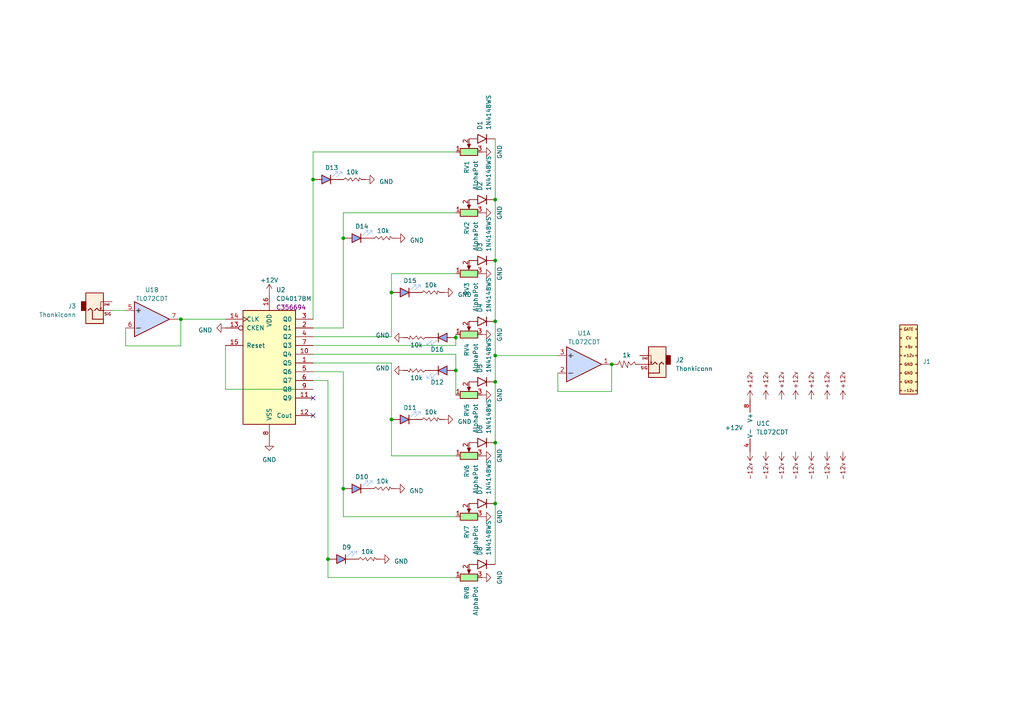
<source format=kicad_sch>
(kicad_sch (version 20230121) (generator eeschema)

  (uuid f885178a-0bdc-45d8-a27c-0a3eb91e5c93)

  (paper "A4")

  (lib_symbols
    (symbol "EuroRackTools:+12V" (power) (pin_names (offset 0)) (in_bom yes) (on_board yes)
      (property "Reference" "#PWR" (at 0 -3.81 0)
        (effects (font (size 1.27 1.27)) hide)
      )
      (property "Value" "+12V" (at 0 3.556 0)
        (effects (font (size 1.27 1.27)))
      )
      (property "Footprint" "" (at 0 0 0)
        (effects (font (size 1.27 1.27)) hide)
      )
      (property "Datasheet" "" (at 0 0 0)
        (effects (font (size 1.27 1.27)) hide)
      )
      (property "ki_keywords" "global power" (at 0 0 0)
        (effects (font (size 1.27 1.27)) hide)
      )
      (property "ki_description" "Power symbol creates a global label with name \"+12V\"" (at 0 0 0)
        (effects (font (size 1.27 1.27)) hide)
      )
      (symbol "+12V_0_1"
        (polyline
          (pts
            (xy -0.762 1.27)
            (xy 0 2.54)
          )
          (stroke (width 0) (type default))
          (fill (type none))
        )
        (polyline
          (pts
            (xy 0 0)
            (xy 0 2.54)
          )
          (stroke (width 0) (type default))
          (fill (type none))
        )
        (polyline
          (pts
            (xy 0 2.54)
            (xy 0.762 1.27)
          )
          (stroke (width 0) (type default))
          (fill (type none))
        )
      )
      (symbol "+12V_1_1"
        (pin power_in line (at 0 0 90) (length 0) hide
          (name "+12V" (effects (font (size 1.27 1.27))))
          (number "1" (effects (font (size 1.27 1.27))))
        )
      )
    )
    (symbol "EuroRackTools:1N4148WS" (pin_numbers hide) (pin_names (offset 1.016) hide) (in_bom yes) (on_board yes)
      (property "Reference" "D" (at 0 2.54 0)
        (effects (font (size 1.27 1.27)))
      )
      (property "Value" "1N4148WS" (at 0 -2.54 0)
        (effects (font (size 1.27 1.27)))
      )
      (property "Footprint" "EuroRackTools:D_SOD-323" (at 0 -11.43 0)
        (effects (font (size 1.27 1.27)) hide)
      )
      (property "Datasheet" "https://www.vishay.com/docs/85751/1n4148ws.pdf" (at 0 13.97 0)
        (effects (font (size 1.27 1.27)) hide)
      )
      (property "Sim.Pins" "1=1 2=2" (at 0 0 0)
        (effects (font (size 0 0)) hide)
      )
      (property "Sim.Device" "SPICE" (at 1.27 8.89 0)
        (effects (font (size 1.27 1.27)) hide)
      )
      (property "Sim.Params" "type=\"D\" model=\"1N4148\" lib=\"\"" (at 0 0 0)
        (effects (font (size 0 0)) hide)
      )
      (property "LCSC" "C2128" (at 0 0 0)
        (effects (font (size 1.27 1.27)) hide)
      )
      (property "ki_keywords" "diode" (at 0 0 0)
        (effects (font (size 1.27 1.27)) hide)
      )
      (property "ki_description" "75V 0.15A Fast switching Diode, SOD-323" (at 0 0 0)
        (effects (font (size 1.27 1.27)) hide)
      )
      (property "ki_fp_filters" "D*SOD?323*" (at 0 0 0)
        (effects (font (size 1.27 1.27)) hide)
      )
      (symbol "1N4148WS_0_1"
        (polyline
          (pts
            (xy -1.27 1.27)
            (xy -1.27 -1.27)
          )
          (stroke (width 0.254) (type default))
          (fill (type none))
        )
        (polyline
          (pts
            (xy 1.27 1.27)
            (xy 1.27 -1.27)
            (xy -1.27 0)
            (xy 1.27 1.27)
          )
          (stroke (width 0.254) (type default))
          (fill (type none))
        )
      )
      (symbol "1N4148WS_1_1"
        (pin passive line (at -3.81 0 0) (length 2.54)
          (name "K" (effects (font (size 1.27 1.27))))
          (number "1" (effects (font (size 1.27 1.27))))
        )
        (pin passive line (at 3.81 0 180) (length 2.54)
          (name "A" (effects (font (size 1.27 1.27))))
          (number "2" (effects (font (size 1.27 1.27))))
        )
      )
    )
    (symbol "EuroRackTools:AlphaPot" (pin_names (offset 1.016) hide) (in_bom no) (on_board yes)
      (property "Reference" "RV" (at -4.445 0 90)
        (effects (font (size 1.27 1.27)))
      )
      (property "Value" "AlphaPot" (at -2.54 0 90)
        (effects (font (size 1.27 1.27)))
      )
      (property "Footprint" "EuroRackTools:Potentiometer_Alpha_RD901F-40-00D_Single_Vertical" (at 0 11.43 0)
        (effects (font (size 1.27 1.27)) hide)
      )
      (property "Datasheet" "~" (at 0 0 0)
        (effects (font (size 1.27 1.27)) hide)
      )
      (property "Sim.Pins" "1=1 2=2 3=3" (at 0 0 0)
        (effects (font (size 0 0)) hide)
      )
      (property "Sim.Device" "SPICE" (at -5.08 -5.08 90)
        (effects (font (size 1.27 1.27)) hide)
      )
      (property "Sim.Params" "type=\"X\" model=\"pot100k\" lib=\"\"" (at 0 0 0)
        (effects (font (size 0 0)) hide)
      )
      (property "ki_keywords" "resistor variable" (at 0 0 0)
        (effects (font (size 1.27 1.27)) hide)
      )
      (property "ki_description" "Potentiometer" (at 0 0 0)
        (effects (font (size 1.27 1.27)) hide)
      )
      (property "ki_fp_filters" "Potentiometer*" (at 0 0 0)
        (effects (font (size 1.27 1.27)) hide)
      )
      (symbol "AlphaPot_0_1"
        (polyline
          (pts
            (xy 2.54 0)
            (xy 1.524 0)
          )
          (stroke (width 0) (type default))
          (fill (type none))
        )
        (polyline
          (pts
            (xy 1.143 0)
            (xy 2.286 0.508)
            (xy 2.286 -0.508)
            (xy 1.143 0)
          )
          (stroke (width 0) (type default))
          (fill (type outline))
        )
      )
      (symbol "AlphaPot_1_1"
        (rectangle (start -1.016 2.54) (end 1.016 -2.54)
          (stroke (width 0.254) (type default))
          (fill (type color) (color 172 255 163 1))
        )
        (pin passive line (at 0 3.81 270) (length 1.27)
          (name "1" (effects (font (size 1.27 1.27))))
          (number "1" (effects (font (size 1.27 1.27))))
        )
        (pin passive line (at 3.81 0 180) (length 1.27)
          (name "2" (effects (font (size 1.27 1.27))))
          (number "2" (effects (font (size 1.27 1.27))))
        )
        (pin passive line (at 0 -3.81 90) (length 1.27)
          (name "3" (effects (font (size 1.27 1.27))))
          (number "3" (effects (font (size 1.27 1.27))))
        )
      )
    )
    (symbol "EuroRackTools:CD4017" (pin_names (offset 1.016)) (in_bom yes) (on_board yes)
      (property "Reference" "U" (at -7.62 16.51 0)
        (effects (font (size 1.27 1.27)))
      )
      (property "Value" "CD4017BM" (at -7.62 -19.05 0)
        (effects (font (size 1.27 1.27)))
      )
      (property "Footprint" "EuroRackTools:SOP-16_4.4x10.4mm_P1.27mm" (at 0 0 0)
        (effects (font (size 1.27 1.27)) hide)
      )
      (property "Datasheet" "http://www.intersil.com/content/dam/Intersil/documents/cd40/cd4017bms-22bms.pdf" (at 0 0 0)
        (effects (font (size 1.27 1.27)) hide)
      )
      (property "lcsc" "C356694" (at 0 0 0)
        (effects (font (size 1.27 1.27)))
      )
      (property "ki_keywords" "CNT CNT10" (at 0 0 0)
        (effects (font (size 1.27 1.27)) hide)
      )
      (property "ki_description" "Johnson Counter ( 10 outputs )" (at 0 0 0)
        (effects (font (size 1.27 1.27)) hide)
      )
      (property "ki_fp_filters" "DIP?16*" (at 0 0 0)
        (effects (font (size 1.27 1.27)) hide)
      )
      (symbol "CD4017_1_0"
        (pin output line (at 12.7 0 180) (length 5.08)
          (name "Q5" (effects (font (size 1.27 1.27))))
          (number "1" (effects (font (size 1.27 1.27))))
        )
        (pin output line (at 12.7 2.54 180) (length 5.08)
          (name "Q4" (effects (font (size 1.27 1.27))))
          (number "10" (effects (font (size 1.27 1.27))))
        )
        (pin output line (at 12.7 -10.16 180) (length 5.08)
          (name "Q9" (effects (font (size 1.27 1.27))))
          (number "11" (effects (font (size 1.27 1.27))))
        )
        (pin output line (at 12.7 -15.24 180) (length 5.08)
          (name "Cout" (effects (font (size 1.27 1.27))))
          (number "12" (effects (font (size 1.27 1.27))))
        )
        (pin input inverted (at -12.7 10.16 0) (length 5.08)
          (name "CKEN" (effects (font (size 1.27 1.27))))
          (number "13" (effects (font (size 1.27 1.27))))
        )
        (pin input clock (at -12.7 12.7 0) (length 5.08)
          (name "CLK" (effects (font (size 1.27 1.27))))
          (number "14" (effects (font (size 1.27 1.27))))
        )
        (pin input line (at -12.7 5.08 0) (length 5.08)
          (name "Reset" (effects (font (size 1.27 1.27))))
          (number "15" (effects (font (size 1.27 1.27))))
        )
        (pin power_in line (at 0 20.32 270) (length 5.08)
          (name "VDD" (effects (font (size 1.27 1.27))))
          (number "16" (effects (font (size 1.27 1.27))))
        )
        (pin output line (at 12.7 10.16 180) (length 5.08)
          (name "Q1" (effects (font (size 1.27 1.27))))
          (number "2" (effects (font (size 1.27 1.27))))
        )
        (pin output line (at 12.7 12.7 180) (length 5.08)
          (name "Q0" (effects (font (size 1.27 1.27))))
          (number "3" (effects (font (size 1.27 1.27))))
        )
        (pin output line (at 12.7 7.62 180) (length 5.08)
          (name "Q2" (effects (font (size 1.27 1.27))))
          (number "4" (effects (font (size 1.27 1.27))))
        )
        (pin output line (at 12.7 -2.54 180) (length 5.08)
          (name "Q6" (effects (font (size 1.27 1.27))))
          (number "5" (effects (font (size 1.27 1.27))))
        )
        (pin output line (at 12.7 -5.08 180) (length 5.08)
          (name "Q7" (effects (font (size 1.27 1.27))))
          (number "6" (effects (font (size 1.27 1.27))))
        )
        (pin output line (at 12.7 5.08 180) (length 5.08)
          (name "Q3" (effects (font (size 1.27 1.27))))
          (number "7" (effects (font (size 1.27 1.27))))
        )
        (pin power_in line (at 0 -22.86 90) (length 5.08)
          (name "VSS" (effects (font (size 1.27 1.27))))
          (number "8" (effects (font (size 1.27 1.27))))
        )
        (pin output line (at 12.7 -7.62 180) (length 5.08)
          (name "Q8" (effects (font (size 1.27 1.27))))
          (number "9" (effects (font (size 1.27 1.27))))
        )
      )
      (symbol "CD4017_1_1"
        (rectangle (start -7.62 15.24) (end 7.62 -17.78)
          (stroke (width 0.254) (type default))
          (fill (type background))
        )
      )
    )
    (symbol "EuroRackTools:EuroPower16" (pin_names (offset 1.016) hide) (in_bom yes) (on_board yes)
      (property "Reference" "J" (at 1.27 10.16 0)
        (effects (font (size 1.27 1.27)))
      )
      (property "Value" "EuroPower16" (at 1.27 -12.7 0)
        (effects (font (size 1.27 1.27)) hide)
      )
      (property "Footprint" "EuroRackTools:IDC-Header_2x08_P2.54mm_Vertical_SMD" (at 1.524 -18.034 0)
        (effects (font (size 1.27 1.27)) hide)
      )
      (property "Datasheet" "~" (at 1.524 -15.367 0)
        (effects (font (size 1.27 1.27)) hide)
      )
      (property "lcsc" "C383608" (at 5.08 12.7 0)
        (effects (font (size 1.27 1.27)) hide)
      )
      (property "ki_keywords" "connector" (at 0 0 0)
        (effects (font (size 1.27 1.27)) hide)
      )
      (property "ki_description" "Generic connector, double row, 02x08, odd/even pin numbering scheme (row 1 odd numbers, row 2 even numbers), script generated (kicad-library-utils/schlib/autogen/connector/)" (at 0 0 0)
        (effects (font (size 1.27 1.27)) hide)
      )
      (property "ki_fp_filters" "Connector*:*_2x??_*" (at 0 0 0)
        (effects (font (size 1.27 1.27)) hide)
      )
      (symbol "EuroPower16_0_0"
        (text "+12v" (at 1.27 0 0)
          (effects (font (size 0.8 0.8)))
        )
        (text "+5v" (at 1.27 2.54 0)
          (effects (font (size 0.8 0.8)))
        )
        (text "-12v" (at 1.27 -10.16 0)
          (effects (font (size 0.8 0.8)))
        )
        (text "CV" (at 1.27 5.08 0)
          (effects (font (size 0.8 0.8)))
        )
        (text "GATE" (at 1.27 7.62 0)
          (effects (font (size 0.8 0.8)))
        )
        (text "GND" (at 1.27 -7.62 0)
          (effects (font (size 0.8 0.8)))
        )
        (text "GND" (at 1.27 -5.08 0)
          (effects (font (size 0.8 0.8)))
        )
        (text "GND" (at 1.27 -2.54 0)
          (effects (font (size 0.8 0.8)))
        )
      )
      (symbol "EuroPower16_1_1"
        (rectangle (start -1.27 -10.033) (end -0.762 -10.287)
          (stroke (width 0.1524) (type default))
          (fill (type none))
        )
        (rectangle (start -1.27 -7.493) (end -0.762 -7.747)
          (stroke (width 0.1524) (type default))
          (fill (type none))
        )
        (rectangle (start -1.27 -4.953) (end -0.762 -5.207)
          (stroke (width 0.1524) (type default))
          (fill (type none))
        )
        (rectangle (start -1.27 -2.413) (end -0.762 -2.667)
          (stroke (width 0.1524) (type default))
          (fill (type none))
        )
        (rectangle (start -1.27 0.127) (end -0.762 -0.127)
          (stroke (width 0.1524) (type default))
          (fill (type none))
        )
        (rectangle (start -1.27 2.667) (end -0.762 2.413)
          (stroke (width 0.1524) (type default))
          (fill (type none))
        )
        (rectangle (start -1.27 5.207) (end -0.762 4.953)
          (stroke (width 0.1524) (type default))
          (fill (type none))
        )
        (rectangle (start -1.27 7.747) (end -0.762 7.493)
          (stroke (width 0.1524) (type default))
          (fill (type none))
        )
        (rectangle (start -1.27 8.89) (end 3.81 -11.176)
          (stroke (width 0.254) (type default))
          (fill (type background))
        )
        (rectangle (start 3.302 -10.033) (end 3.81 -10.287)
          (stroke (width 0.1524) (type default))
          (fill (type none))
        )
        (rectangle (start 3.302 -7.493) (end 3.81 -7.747)
          (stroke (width 0.1524) (type default))
          (fill (type none))
        )
        (rectangle (start 3.302 -4.953) (end 3.81 -5.207)
          (stroke (width 0.1524) (type default))
          (fill (type none))
        )
        (rectangle (start 3.302 -2.413) (end 3.81 -2.667)
          (stroke (width 0.1524) (type default))
          (fill (type none))
        )
        (rectangle (start 3.302 0.127) (end 3.81 -0.127)
          (stroke (width 0.1524) (type default))
          (fill (type none))
        )
        (rectangle (start 3.302 2.667) (end 3.81 2.413)
          (stroke (width 0.1524) (type default))
          (fill (type none))
        )
        (rectangle (start 3.302 5.207) (end 3.81 4.953)
          (stroke (width 0.1524) (type default))
          (fill (type none))
        )
        (rectangle (start 3.302 7.747) (end 3.81 7.493)
          (stroke (width 0.1524) (type default))
          (fill (type none))
        )
        (pin power_in line (at 3.81 -10.16 0) (length 3.81) hide
          (name "-12V" (effects (font (size 1.27 1.27))))
          (number "1" (effects (font (size 1.27 1.27))))
        )
        (pin power_in line (at -1.27 0 180) (length 3.81) hide
          (name "+12V" (effects (font (size 1.27 1.27))))
          (number "10" (effects (font (size 1.27 1.27))))
        )
        (pin power_in line (at 3.81 2.54 0) (length 3.81) hide
          (name "+5V" (effects (font (size 1.27 1.27))))
          (number "11" (effects (font (size 1.27 1.27))))
        )
        (pin power_in line (at -1.27 2.54 180) (length 3.81) hide
          (name "+5V" (effects (font (size 1.27 1.27))))
          (number "12" (effects (font (size 1.27 1.27))))
        )
        (pin power_in line (at 3.81 5.08 0) (length 3.81) hide
          (name "CV" (effects (font (size 1.27 1.27))))
          (number "13" (effects (font (size 1.27 1.27))))
        )
        (pin power_in line (at -1.27 5.08 180) (length 3.81) hide
          (name "CV" (effects (font (size 1.27 1.27))))
          (number "14" (effects (font (size 1.27 1.27))))
        )
        (pin power_in line (at 3.81 7.62 0) (length 3.81) hide
          (name "GATE" (effects (font (size 1.27 1.27))))
          (number "15" (effects (font (size 1.27 1.27))))
        )
        (pin power_in line (at -1.27 7.62 180) (length 3.81) hide
          (name "GATE" (effects (font (size 1.27 1.27))))
          (number "16" (effects (font (size 1.27 1.27))))
        )
        (pin power_in line (at -1.27 -10.16 180) (length 3.81) hide
          (name "-12V" (effects (font (size 1.27 1.27))))
          (number "2" (effects (font (size 1.27 1.27))))
        )
        (pin power_in line (at 3.81 -7.62 0) (length 3.81) hide
          (name "GND" (effects (font (size 1.27 1.27))))
          (number "3" (effects (font (size 1.27 1.27))))
        )
        (pin power_in line (at -1.27 -7.62 180) (length 3.81) hide
          (name "GND" (effects (font (size 1.27 1.27))))
          (number "4" (effects (font (size 1.27 1.27))))
        )
        (pin power_in line (at 3.81 -5.08 0) (length 3.81) hide
          (name "GND" (effects (font (size 1.27 1.27))))
          (number "5" (effects (font (size 1.27 1.27))))
        )
        (pin power_in line (at -1.27 -5.08 180) (length 3.81) hide
          (name "GND" (effects (font (size 1.27 1.27))))
          (number "6" (effects (font (size 1.27 1.27))))
        )
        (pin power_in line (at 3.81 -2.54 0) (length 3.81) hide
          (name "GND" (effects (font (size 1.27 1.27))))
          (number "7" (effects (font (size 1.27 1.27))))
        )
        (pin power_in line (at -1.27 -2.54 180) (length 3.81) hide
          (name "GND" (effects (font (size 1.27 1.27))))
          (number "8" (effects (font (size 1.27 1.27))))
        )
        (pin power_in line (at 3.81 0 0) (length 3.81) hide
          (name "+12V" (effects (font (size 1.27 1.27))))
          (number "9" (effects (font (size 1.27 1.27))))
        )
      )
    )
    (symbol "EuroRackTools:GND" (power) (pin_names (offset 0)) (in_bom yes) (on_board yes)
      (property "Reference" "#PWR" (at 0 -6.35 0)
        (effects (font (size 1.27 1.27)) hide)
      )
      (property "Value" "GND" (at 0 -3.81 0)
        (effects (font (size 1.27 1.27)))
      )
      (property "Footprint" "" (at 0 0 0)
        (effects (font (size 1.27 1.27)) hide)
      )
      (property "Datasheet" "" (at 0 0 0)
        (effects (font (size 1.27 1.27)) hide)
      )
      (property "ki_keywords" "global power" (at 0 0 0)
        (effects (font (size 1.27 1.27)) hide)
      )
      (property "ki_description" "Power symbol creates a global label with name \"GND\" , ground" (at 0 0 0)
        (effects (font (size 1.27 1.27)) hide)
      )
      (symbol "GND_0_1"
        (polyline
          (pts
            (xy 0 0)
            (xy 0 -1.27)
            (xy 1.27 -1.27)
            (xy 0 -2.54)
            (xy -1.27 -1.27)
            (xy 0 -1.27)
          )
          (stroke (width 0) (type default))
          (fill (type none))
        )
      )
      (symbol "GND_1_1"
        (pin power_in line (at 0 0 270) (length 0) hide
          (name "GND" (effects (font (size 1.27 1.27))))
          (number "1" (effects (font (size 1.27 1.27))))
        )
      )
    )
    (symbol "EuroRackTools:Thonkiconn" (pin_numbers hide) (in_bom no) (on_board yes)
      (property "Reference" "J" (at -1.524 3.048 0)
        (effects (font (size 1.27 1.27)))
      )
      (property "Value" "Thonkiconn" (at -0.254 -6.35 0)
        (effects (font (size 1.27 1.27)))
      )
      (property "Footprint" "EuroRackTools:Jack_3.5mm_QingPu_WQP-PJ398SM_Vertical_CircularHoles" (at 1.016 -11.43 0)
        (effects (font (size 1.27 1.27)) hide)
      )
      (property "Datasheet" "~" (at -0.254 0 0)
        (effects (font (size 1.27 1.27)) hide)
      )
      (property "ki_keywords" "audio jack receptacle mono headphones phone TS connector" (at 0 0 0)
        (effects (font (size 1.27 1.27)) hide)
      )
      (property "ki_description" "Audio Jack, 2 Poles (Mono / TS), Switched T Pole (Normalling)" (at 0 0 0)
        (effects (font (size 1.27 1.27)) hide)
      )
      (property "ki_fp_filters" "Jack*" (at 0 0 0)
        (effects (font (size 1.27 1.27)) hide)
      )
      (symbol "Thonkiconn_0_0"
        (text "(no)" (at 3.302 1.778 0)
          (effects (font (size 0.5 0.5)))
        )
        (text "SIG" (at 3.556 -1.016 0)
          (effects (font (size 0.8 0.8)))
        )
      )
      (symbol "Thonkiconn_0_1"
        (rectangle (start -4.064 2.54) (end -2.794 0)
          (stroke (width 0.254) (type default))
          (fill (type outline))
        )
        (polyline
          (pts
            (xy 1.524 0.254)
            (xy 1.778 0.762)
          )
          (stroke (width 0) (type default))
          (fill (type none))
        )
        (polyline
          (pts
            (xy -0.254 0)
            (xy 0.381 0.635)
            (xy 1.016 0)
            (xy 2.286 0)
          )
          (stroke (width 0.254) (type default))
          (fill (type none))
        )
        (polyline
          (pts
            (xy 2.286 2.54)
            (xy 1.524 2.54)
            (xy 1.524 0.254)
            (xy 1.27 0.762)
          )
          (stroke (width 0) (type default))
          (fill (type none))
        )
        (polyline
          (pts
            (xy 2.286 -2.54)
            (xy -0.889 -2.54)
            (xy -0.889 0)
            (xy -1.524 0.635)
            (xy -2.159 0)
          )
          (stroke (width 0.254) (type default))
          (fill (type none))
        )
      )
      (symbol "Thonkiconn_1_1"
        (rectangle (start -2.794 5.08) (end 2.286 -3.81)
          (stroke (width 0.254) (type default))
          (fill (type color) (color 255 239 219 1))
        )
        (pin power_in line (at 2.286 -2.54 180) (length 2.54) hide
          (name "GND" (effects (font (size 1.27 1.27))))
          (number "S" (effects (font (size 1.27 1.27))))
        )
        (pin passive line (at 4.826 0 180) (length 2.54)
          (name "~" (effects (font (size 1.27 1.27))))
          (number "T" (effects (font (size 1.27 1.27))))
        )
        (pin passive line (at 4.826 2.54 180) (length 2.54)
          (name "~" (effects (font (size 1.27 1.27))))
          (number "TN" (effects (font (size 1.27 1.27))))
        )
      )
    )
    (symbol "EuroRackTools:opamp harness" (power) (pin_names (offset 0)) (in_bom yes) (on_board yes)
      (property "Reference" "#PWR" (at 3.556 11.176 0)
        (effects (font (size 1.27 1.27)) hide)
      )
      (property "Value" "opamp harness" (at -0.508 13.208 0)
        (effects (font (size 1.27 1.27)))
      )
      (property "Footprint" "" (at -0.508 9.652 0)
        (effects (font (size 1.27 1.27)) hide)
      )
      (property "Datasheet" "" (at -0.508 9.652 0)
        (effects (font (size 1.27 1.27)) hide)
      )
      (property "ki_keywords" "global power" (at 0 0 0)
        (effects (font (size 1.27 1.27)) hide)
      )
      (symbol "opamp harness_0_1"
        (polyline
          (pts
            (xy -13.97 -16.51)
            (xy -13.208 -17.78)
          )
          (stroke (width 0) (type default))
          (fill (type none))
        )
        (polyline
          (pts
            (xy -13.97 1.27)
            (xy -13.208 2.54)
          )
          (stroke (width 0) (type default))
          (fill (type none))
        )
        (polyline
          (pts
            (xy -13.208 -17.78)
            (xy -12.446 -16.51)
          )
          (stroke (width 0) (type default))
          (fill (type none))
        )
        (polyline
          (pts
            (xy -13.208 -15.24)
            (xy -13.208 -17.78)
          )
          (stroke (width 0) (type default))
          (fill (type none))
        )
        (polyline
          (pts
            (xy -13.208 0)
            (xy -13.208 2.54)
          )
          (stroke (width 0) (type default))
          (fill (type none))
        )
        (polyline
          (pts
            (xy -13.208 2.54)
            (xy -12.446 1.27)
          )
          (stroke (width 0) (type default))
          (fill (type none))
        )
        (polyline
          (pts
            (xy -9.398 -16.51)
            (xy -8.636 -17.78)
          )
          (stroke (width 0) (type default))
          (fill (type none))
        )
        (polyline
          (pts
            (xy -9.398 1.27)
            (xy -8.636 2.54)
          )
          (stroke (width 0) (type default))
          (fill (type none))
        )
        (polyline
          (pts
            (xy -8.636 -17.78)
            (xy -7.874 -16.51)
          )
          (stroke (width 0) (type default))
          (fill (type none))
        )
        (polyline
          (pts
            (xy -8.636 -15.24)
            (xy -8.636 -17.78)
          )
          (stroke (width 0) (type default))
          (fill (type none))
        )
        (polyline
          (pts
            (xy -8.636 0)
            (xy -8.636 2.54)
          )
          (stroke (width 0) (type default))
          (fill (type none))
        )
        (polyline
          (pts
            (xy -8.636 2.54)
            (xy -7.874 1.27)
          )
          (stroke (width 0) (type default))
          (fill (type none))
        )
        (polyline
          (pts
            (xy -4.826 -16.51)
            (xy -4.064 -17.78)
          )
          (stroke (width 0) (type default))
          (fill (type none))
        )
        (polyline
          (pts
            (xy -4.826 1.27)
            (xy -4.064 2.54)
          )
          (stroke (width 0) (type default))
          (fill (type none))
        )
        (polyline
          (pts
            (xy -4.064 -17.78)
            (xy -3.302 -16.51)
          )
          (stroke (width 0) (type default))
          (fill (type none))
        )
        (polyline
          (pts
            (xy -4.064 -15.24)
            (xy -4.064 -17.78)
          )
          (stroke (width 0) (type default))
          (fill (type none))
        )
        (polyline
          (pts
            (xy -4.064 0)
            (xy -4.064 2.54)
          )
          (stroke (width 0) (type default))
          (fill (type none))
        )
        (polyline
          (pts
            (xy -4.064 2.54)
            (xy -3.302 1.27)
          )
          (stroke (width 0) (type default))
          (fill (type none))
        )
        (polyline
          (pts
            (xy -0.762 -16.51)
            (xy 0 -17.78)
          )
          (stroke (width 0) (type default))
          (fill (type none))
        )
        (polyline
          (pts
            (xy -0.762 1.27)
            (xy 0 2.54)
          )
          (stroke (width 0) (type default))
          (fill (type none))
        )
        (polyline
          (pts
            (xy 0 -17.78)
            (xy 0.762 -16.51)
          )
          (stroke (width 0) (type default))
          (fill (type none))
        )
        (polyline
          (pts
            (xy 0 -15.24)
            (xy 0 -17.78)
          )
          (stroke (width 0) (type default))
          (fill (type none))
        )
        (polyline
          (pts
            (xy 0 0)
            (xy 0 2.54)
          )
          (stroke (width 0) (type default))
          (fill (type none))
        )
        (polyline
          (pts
            (xy 0 2.54)
            (xy 0.762 1.27)
          )
          (stroke (width 0) (type default))
          (fill (type none))
        )
        (polyline
          (pts
            (xy 3.81 -16.51)
            (xy 4.572 -17.78)
          )
          (stroke (width 0) (type default))
          (fill (type none))
        )
        (polyline
          (pts
            (xy 3.81 1.27)
            (xy 4.572 2.54)
          )
          (stroke (width 0) (type default))
          (fill (type none))
        )
        (polyline
          (pts
            (xy 4.572 -17.78)
            (xy 5.334 -16.51)
          )
          (stroke (width 0) (type default))
          (fill (type none))
        )
        (polyline
          (pts
            (xy 4.572 -15.24)
            (xy 4.572 -17.78)
          )
          (stroke (width 0) (type default))
          (fill (type none))
        )
        (polyline
          (pts
            (xy 4.572 0)
            (xy 4.572 2.54)
          )
          (stroke (width 0) (type default))
          (fill (type none))
        )
        (polyline
          (pts
            (xy 4.572 2.54)
            (xy 5.334 1.27)
          )
          (stroke (width 0) (type default))
          (fill (type none))
        )
        (polyline
          (pts
            (xy 8.382 -16.51)
            (xy 9.144 -17.78)
          )
          (stroke (width 0) (type default))
          (fill (type none))
        )
        (polyline
          (pts
            (xy 8.382 1.27)
            (xy 9.144 2.54)
          )
          (stroke (width 0) (type default))
          (fill (type none))
        )
        (polyline
          (pts
            (xy 9.144 -17.78)
            (xy 9.906 -16.51)
          )
          (stroke (width 0) (type default))
          (fill (type none))
        )
        (polyline
          (pts
            (xy 9.144 -15.24)
            (xy 9.144 -17.78)
          )
          (stroke (width 0) (type default))
          (fill (type none))
        )
        (polyline
          (pts
            (xy 9.144 0)
            (xy 9.144 2.54)
          )
          (stroke (width 0) (type default))
          (fill (type none))
        )
        (polyline
          (pts
            (xy 9.144 2.54)
            (xy 9.906 1.27)
          )
          (stroke (width 0) (type default))
          (fill (type none))
        )
        (polyline
          (pts
            (xy 12.954 -16.51)
            (xy 13.716 -17.78)
          )
          (stroke (width 0) (type default))
          (fill (type none))
        )
        (polyline
          (pts
            (xy 12.954 1.27)
            (xy 13.716 2.54)
          )
          (stroke (width 0) (type default))
          (fill (type none))
        )
        (polyline
          (pts
            (xy 13.716 -17.78)
            (xy 14.478 -16.51)
          )
          (stroke (width 0) (type default))
          (fill (type none))
        )
        (polyline
          (pts
            (xy 13.716 -15.24)
            (xy 13.716 -17.78)
          )
          (stroke (width 0) (type default))
          (fill (type none))
        )
        (polyline
          (pts
            (xy 13.716 0)
            (xy 13.716 2.54)
          )
          (stroke (width 0) (type default))
          (fill (type none))
        )
        (polyline
          (pts
            (xy 13.716 2.54)
            (xy 14.478 1.27)
          )
          (stroke (width 0) (type default))
          (fill (type none))
        )
      )
      (symbol "opamp harness_1_1"
        (text "+12v" (at -13.208 5.588 900)
          (effects (font (size 1.27 1.27)))
        )
        (text "+12v" (at -8.636 5.588 900)
          (effects (font (size 1.27 1.27)))
        )
        (text "+12v" (at -4.064 5.588 900)
          (effects (font (size 1.27 1.27)))
        )
        (text "+12v" (at 0 5.588 900)
          (effects (font (size 1.27 1.27)))
        )
        (text "+12v" (at 4.572 5.588 900)
          (effects (font (size 1.27 1.27)))
        )
        (text "+12v" (at 9.144 5.588 900)
          (effects (font (size 1.27 1.27)))
        )
        (text "+12v" (at 13.716 5.588 900)
          (effects (font (size 1.27 1.27)))
        )
        (text "-12v" (at -13.208 -20.828 900)
          (effects (font (size 1.27 1.27)))
        )
        (text "-12v" (at -8.636 -20.828 900)
          (effects (font (size 1.27 1.27)))
        )
        (text "-12v" (at -4.064 -20.828 900)
          (effects (font (size 1.27 1.27)))
        )
        (text "-12v" (at 0 -20.828 900)
          (effects (font (size 1.27 1.27)))
        )
        (text "-12v" (at 4.572 -20.828 900)
          (effects (font (size 1.27 1.27)))
        )
        (text "-12v" (at 9.144 -20.828 900)
          (effects (font (size 1.27 1.27)))
        )
        (text "-12v" (at 13.716 -20.828 900)
          (effects (font (size 1.27 1.27)))
        )
        (pin power_in line (at -13.208 0 90) (length 0) hide
          (name "+12V" (effects (font (size 1.27 1.27))))
          (number "1" (effects (font (size 1.27 1.27))))
        )
        (pin power_in line (at -8.636 0 90) (length 0) hide
          (name "+12V" (effects (font (size 1.27 1.27))))
          (number "1" (effects (font (size 1.27 1.27))))
        )
        (pin power_in line (at -4.064 0 90) (length 0) hide
          (name "+12V" (effects (font (size 1.27 1.27))))
          (number "1" (effects (font (size 1.27 1.27))))
        )
        (pin power_in line (at 0 0 90) (length 0) hide
          (name "+12V" (effects (font (size 1.27 1.27))))
          (number "1" (effects (font (size 1.27 1.27))))
        )
        (pin power_in line (at 4.572 0 90) (length 0) hide
          (name "+12V" (effects (font (size 1.27 1.27))))
          (number "1" (effects (font (size 1.27 1.27))))
        )
        (pin power_in line (at 9.144 0 90) (length 0) hide
          (name "+12V" (effects (font (size 1.27 1.27))))
          (number "1" (effects (font (size 1.27 1.27))))
        )
        (pin power_in line (at 13.716 0 90) (length 0) hide
          (name "+12V" (effects (font (size 1.27 1.27))))
          (number "1" (effects (font (size 1.27 1.27))))
        )
        (pin power_in line (at -13.208 -15.24 270) (length 0) hide
          (name "-12V" (effects (font (size 1.27 1.27))))
          (number "1" (effects (font (size 1.27 1.27))))
        )
        (pin power_in line (at -8.636 -15.24 270) (length 0) hide
          (name "-12V" (effects (font (size 1.27 1.27))))
          (number "1" (effects (font (size 1.27 1.27))))
        )
        (pin power_in line (at -4.064 -15.24 270) (length 0) hide
          (name "-12V" (effects (font (size 1.27 1.27))))
          (number "1" (effects (font (size 1.27 1.27))))
        )
        (pin power_in line (at 0 -15.24 270) (length 0) hide
          (name "-12V" (effects (font (size 1.27 1.27))))
          (number "1" (effects (font (size 1.27 1.27))))
        )
        (pin power_in line (at 4.572 -15.24 270) (length 0) hide
          (name "-12V" (effects (font (size 1.27 1.27))))
          (number "1" (effects (font (size 1.27 1.27))))
        )
        (pin power_in line (at 9.144 -15.24 270) (length 0) hide
          (name "-12V" (effects (font (size 1.27 1.27))))
          (number "1" (effects (font (size 1.27 1.27))))
        )
        (pin power_in line (at 13.716 -15.24 270) (length 0) hide
          (name "-12V" (effects (font (size 1.27 1.27))))
          (number "1" (effects (font (size 1.27 1.27))))
        )
      )
    )
    (symbol "kpm-jlcpcb-basic:10k R 0402" (pin_numbers hide) (pin_names (offset 0)) (in_bom yes) (on_board yes)
      (property "Reference" "R" (at -1.27 6.35 0)
        (effects (font (size 1.27 1.27)) hide)
      )
      (property "Value" "10k" (at -0.635 3.81 0)
        (effects (font (size 1.27 1.27)))
      )
      (property "Footprint" "kpm-jlcpcb-basic:R_0402_1005Metric" (at 0 -7.62 0)
        (effects (font (size 1.27 1.27)) hide)
      )
      (property "Datasheet" "https://datasheet.lcsc.com/lcsc/2206010100_UNI-ROYAL-Uniroyal-Elec-0402WGF1002TCE_C25744.pdf" (at -6.35 6.35 90)
        (effects (font (size 1.27 1.27)) hide)
      )
      (property "LCSC" "C25744" (at -1.27 -1.905 0)
        (effects (font (size 1.27 1.27)) hide)
      )
      (property "Stock" "5277490" (at -1.27 -1.905 0)
        (effects (font (size 1.27 1.27)) hide)
      )
      (property "price" "0.0006" (at -1.27 -1.905 0)
        (effects (font (size 1.27 1.27)) hide)
      )
      (property "ki_keywords" "R res resistor" (at 0 0 0)
        (effects (font (size 1.27 1.27)) hide)
      )
      (property "ki_description" "62.5mW Thick Film Resistors ±1% 10kΩ 0402  Chip Resistor - Surface Mount ROHS" (at 0 0 0)
        (effects (font (size 1.27 1.27)) hide)
      )
      (property "ki_fp_filters" "R_*" (at 0 0 0)
        (effects (font (size 1.27 1.27)) hide)
      )
      (symbol "10k R 0402_0_1"
        (polyline
          (pts
            (xy 2.54 0)
            (xy 2.032 0.508)
            (xy 1.778 -0.508)
            (xy 1.016 0.508)
            (xy 0 -0.508)
            (xy -0.508 0.508)
            (xy -1.27 -0.254)
            (xy -2.032 0.508)
            (xy -2.54 0)
          )
          (stroke (width 0) (type default))
          (fill (type none))
        )
      )
      (symbol "10k R 0402_1_1"
        (pin passive line (at -3.81 0 0) (length 1.27)
          (name "~" (effects (font (size 1.27 1.27))))
          (number "1" (effects (font (size 1.27 1.27))))
        )
        (pin passive line (at 3.81 0 180) (length 1.27)
          (name "~" (effects (font (size 1.27 1.27))))
          (number "2" (effects (font (size 1.27 1.27))))
        )
      )
    )
    (symbol "kpm-jlcpcb-basic:1k R 0603" (pin_numbers hide) (pin_names (offset 0)) (in_bom yes) (on_board yes)
      (property "Reference" "R" (at -1.27 6.35 0)
        (effects (font (size 1.27 1.27)) hide)
      )
      (property "Value" "1k" (at -0.635 3.81 0)
        (effects (font (size 1.27 1.27)))
      )
      (property "Footprint" "kpm-jlcpcb-basic:R_0603_1608Metric" (at -0.254 -7.62 0)
        (effects (font (size 1.27 1.27)) hide)
      )
      (property "Datasheet" "https://datasheet.lcsc.com/lcsc/2206010130_UNI-ROYAL-Uniroyal-Elec-0603WAF1001T5E_C21190.pdf" (at -6.35 6.35 90)
        (effects (font (size 1.27 1.27)) hide)
      )
      (property "LCSC" "C21190" (at -1.27 -1.905 0)
        (effects (font (size 1.27 1.27)) hide)
      )
      (property "Stock" "13672968" (at -1.27 -1.905 0)
        (effects (font (size 1.27 1.27)) hide)
      )
      (property "price" "0.0006" (at -1.27 -1.905 0)
        (effects (font (size 1.27 1.27)) hide)
      )
      (property "ki_keywords" "R res resistor" (at 0 0 0)
        (effects (font (size 1.27 1.27)) hide)
      )
      (property "ki_description" "100mW Thick Film Resistors ±1% 1kΩ 0603  Chip Resistor - Surface Mount ROHS" (at 0 0 0)
        (effects (font (size 1.27 1.27)) hide)
      )
      (property "ki_fp_filters" "R_*" (at 0 0 0)
        (effects (font (size 1.27 1.27)) hide)
      )
      (symbol "1k R 0603_0_1"
        (polyline
          (pts
            (xy -2.794 0)
            (xy -2.286 1.016)
            (xy -1.524 -1.016)
            (xy -1.016 1.016)
            (xy 0 -1.016)
            (xy 0.254 0.762)
            (xy 1.016 -0.254)
            (xy 2.032 0.762)
            (xy 2.286 0)
          )
          (stroke (width 0) (type default))
          (fill (type none))
        )
      )
      (symbol "1k R 0603_1_1"
        (pin passive line (at -4.064 0 0) (length 1.27)
          (name "~" (effects (font (size 1.27 1.27))))
          (number "1" (effects (font (size 1.27 1.27))))
        )
        (pin passive line (at 3.556 0 180) (length 1.27)
          (name "~" (effects (font (size 1.27 1.27))))
          (number "2" (effects (font (size 1.27 1.27))))
        )
      )
    )
    (symbol "kpm-jlcpcb-basic:TL072CDT" (pin_names (offset 0.127)) (in_bom yes) (on_board yes)
      (property "Reference" "U" (at 0 5.08 0)
        (effects (font (size 1.27 1.27)) (justify left))
      )
      (property "Value" "TL072CDT" (at 0 -5.08 0)
        (effects (font (size 1.27 1.27)) (justify left))
      )
      (property "Footprint" "kpm-jlcpcb-basic:SOIC-8_3.9x4.9mm_P1.27mm" (at 0 0 0)
        (effects (font (size 1.27 1.27)) hide)
      )
      (property "Datasheet" "https://datasheet.lcsc.com/lcsc/1809051915_STMicroelectronics-TL072CDT--_C6961.pdf" (at 0 0 0)
        (effects (font (size 1.27 1.27)) hide)
      )
      (property "LCSC" "C6961" (at 0 0 0)
        (effects (font (size 1.27 1.27)) hide)
      )
      (property "ki_locked" "" (at 0 0 0)
        (effects (font (size 1.27 1.27)))
      )
      (property "ki_keywords" "dual opamp" (at 0 0 0)
        (effects (font (size 1.27 1.27)) hide)
      )
      (property "ki_description" "Dual Low-Noise JFET-Input Operational Amplifiers, DIP-8/SOIC-8" (at 0 0 0)
        (effects (font (size 1.27 1.27)) hide)
      )
      (property "ki_fp_filters" "SOIC*3.9x4.9mm*P1.27mm* DIP*W7.62mm* TO*99* OnSemi*Micro8* TSSOP*3x3mm*P0.65mm* TSSOP*4.4x3mm*P0.65mm* MSOP*3x3mm*P0.65mm* SSOP*3.9x4.9mm*P0.635mm* LFCSP*2x2mm*P0.5mm* *SIP* SOIC*5.3x6.2mm*P1.27mm*" (at 0 0 0)
        (effects (font (size 1.27 1.27)) hide)
      )
      (symbol "TL072CDT_1_1"
        (polyline
          (pts
            (xy -4.445 -2.54)
            (xy -3.175 -2.54)
          )
          (stroke (width 0) (type default))
          (fill (type none))
        )
        (polyline
          (pts
            (xy -4.445 2.54)
            (xy -3.175 2.54)
          )
          (stroke (width 0) (type default))
          (fill (type none))
        )
        (polyline
          (pts
            (xy -3.81 3.175)
            (xy -3.81 1.905)
          )
          (stroke (width 0) (type default))
          (fill (type none))
        )
        (polyline
          (pts
            (xy -5.08 5.08)
            (xy 5.08 0)
            (xy -5.08 -5.08)
            (xy -5.08 5.08)
          )
          (stroke (width 0.254) (type default))
          (fill (type color) (color 203 220 255 1))
        )
        (pin output line (at 7.62 0 180) (length 2.54)
          (name "~" (effects (font (size 1.27 1.27))))
          (number "1" (effects (font (size 1.27 1.27))))
        )
        (pin input line (at -7.62 -2.54 0) (length 2.54)
          (name "-" (effects (font (size 1.27 1.27))))
          (number "2" (effects (font (size 1.27 1.27))))
        )
        (pin input line (at -7.62 2.54 0) (length 2.54)
          (name "+" (effects (font (size 1.27 1.27))))
          (number "3" (effects (font (size 1.27 1.27))))
        )
      )
      (symbol "TL072CDT_2_1"
        (polyline
          (pts
            (xy -4.445 -2.54)
            (xy -3.175 -2.54)
          )
          (stroke (width 0) (type default))
          (fill (type none))
        )
        (polyline
          (pts
            (xy -4.445 2.54)
            (xy -3.175 2.54)
          )
          (stroke (width 0) (type default))
          (fill (type none))
        )
        (polyline
          (pts
            (xy -3.81 3.175)
            (xy -3.81 1.905)
          )
          (stroke (width 0) (type default))
          (fill (type none))
        )
        (polyline
          (pts
            (xy -5.08 5.08)
            (xy 5.08 0)
            (xy -5.08 -5.08)
            (xy -5.08 5.08)
          )
          (stroke (width 0.254) (type default))
          (fill (type color) (color 203 220 255 1))
        )
        (pin input line (at -7.62 2.54 0) (length 2.54)
          (name "+" (effects (font (size 1.27 1.27))))
          (number "5" (effects (font (size 1.27 1.27))))
        )
        (pin input line (at -7.62 -2.54 0) (length 2.54)
          (name "-" (effects (font (size 1.27 1.27))))
          (number "6" (effects (font (size 1.27 1.27))))
        )
        (pin output line (at 7.62 0 180) (length 2.54)
          (name "~" (effects (font (size 1.27 1.27))))
          (number "7" (effects (font (size 1.27 1.27))))
        )
      )
      (symbol "TL072CDT_3_1"
        (pin power_in line (at -2.54 -7.62 90) (length 3.81)
          (name "V-" (effects (font (size 1.27 1.27))))
          (number "4" (effects (font (size 1.27 1.27))))
        )
        (pin power_in line (at -2.54 7.62 270) (length 3.81)
          (name "V+" (effects (font (size 1.27 1.27))))
          (number "8" (effects (font (size 1.27 1.27))))
        )
      )
    )
    (symbol "kpm-jlcpcb-basic:blue LED 0603" (pin_numbers hide) (pin_names (offset 1.016) hide) (in_bom yes) (on_board yes)
      (property "Reference" "D" (at 0 2.54 0)
        (effects (font (size 1.27 1.27)))
      )
      (property "Value" "blue" (at 0 -2.54 0)
        (effects (font (size 1.27 1.27)) hide)
      )
      (property "Footprint" "kpm-jlcpcb-basic:LED_0603_1608Metric" (at -1.27 7.62 0)
        (effects (font (size 1.27 1.27)) hide)
      )
      (property "Datasheet" "https://datasheet.lcsc.com/lcsc/1811101510_Everlight-Elec-19-217-BHC-ZL1M2RY-3T_C72041.pdf" (at 0 0 0)
        (effects (font (size 1.27 1.27)) hide)
      )
      (property "LCSC" "C72041" (at -1.905 4.445 0)
        (effects (font (size 1.27 1.27)) hide)
      )
      (property "Stock" "377315" (at -1.27 -1.905 0)
        (effects (font (size 1.27 1.27)) hide)
      )
      (property "price" "0.0179" (at -1.27 -1.905 0)
        (effects (font (size 1.27 1.27)) hide)
      )
      (property "ki_keywords" "LED diode" (at 0 0 0)
        (effects (font (size 1.27 1.27)) hide)
      )
      (property "ki_description" "465nm~475nm blue 110mW 0603  Light Emitting Diodes (LED) ROHS" (at 0 0 0)
        (effects (font (size 1.27 1.27)) hide)
      )
      (property "ki_fp_filters" "LED* LED_SMD:*" (at 0 0 0)
        (effects (font (size 1.27 1.27)) hide)
      )
      (symbol "blue LED 0603_0_1"
        (polyline
          (pts
            (xy -1.27 -1.27)
            (xy -1.27 1.27)
          )
          (stroke (width 0.254) (type default))
          (fill (type none))
        )
        (polyline
          (pts
            (xy -3.048 -0.762)
            (xy -4.572 -2.286)
            (xy -3.81 -2.286)
            (xy -4.572 -2.286)
            (xy -4.572 -1.524)
          )
          (stroke (width 0) (type default) (color 135 174 255 1))
          (fill (type none))
        )
        (polyline
          (pts
            (xy -1.778 -0.762)
            (xy -3.302 -2.286)
            (xy -2.54 -2.286)
            (xy -3.302 -2.286)
            (xy -3.302 -1.524)
          )
          (stroke (width 0) (type default) (color 135 174 255 1))
          (fill (type none))
        )
      )
      (symbol "blue LED 0603_1_1"
        (polyline
          (pts
            (xy 1.27 -1.27)
            (xy 1.27 1.27)
            (xy -1.27 0)
            (xy 1.27 -1.27)
          )
          (stroke (width 0.254) (type default))
          (fill (type color) (color 135 174 255 1))
        )
        (pin passive line (at -3.81 0 0) (length 2.54)
          (name "K" (effects (font (size 1.27 1.27))))
          (number "1" (effects (font (size 1.27 1.27))))
        )
        (pin passive line (at 3.81 0 180) (length 2.54)
          (name "A" (effects (font (size 1.27 1.27))))
          (number "2" (effects (font (size 1.27 1.27))))
        )
      )
    )
  )

  (junction (at 99.568 141.732) (diameter 0) (color 0 0 0 0)
    (uuid 00ba0fe8-1868-4ed3-a3a1-279aad29ca01)
  )
  (junction (at 95.123 162.179) (diameter 0) (color 0 0 0 0)
    (uuid 20b541ee-d3e7-4d8a-9c1f-76934c6a4c22)
  )
  (junction (at 113.538 121.666) (diameter 0) (color 0 0 0 0)
    (uuid 2679f336-9fc2-4954-84c1-096f0197a08b)
  )
  (junction (at 143.637 128.397) (diameter 0) (color 0 0 0 0)
    (uuid 35229234-3eee-4a9e-9280-58e3833df939)
  )
  (junction (at 90.805 52.07) (diameter 0) (color 0 0 0 0)
    (uuid 3a72f1d5-2239-4413-9cb7-53c1c29a6343)
  )
  (junction (at 143.637 57.912) (diameter 0) (color 0 0 0 0)
    (uuid 3cbadfb2-b8a5-497f-961d-d83ed3f02f9c)
  )
  (junction (at 132.207 97.917) (diameter 0) (color 0 0 0 0)
    (uuid 3e5f022e-1328-4d8e-8ee8-467c42ca9f2e)
  )
  (junction (at 143.637 110.744) (diameter 0) (color 0 0 0 0)
    (uuid 4a1f2212-a33e-4236-93e4-c94123b7f2c7)
  )
  (junction (at 99.568 69.088) (diameter 0) (color 0 0 0 0)
    (uuid 5cf39bb8-0c8c-4fd0-8605-a0c0401383cc)
  )
  (junction (at 177.419 105.664) (diameter 0) (color 0 0 0 0)
    (uuid 648e01dd-6d92-49c4-b4a0-787481f0d9e1)
  )
  (junction (at 113.538 84.836) (diameter 0) (color 0 0 0 0)
    (uuid 6b59e4bb-cf95-4f11-9308-ffff48db5249)
  )
  (junction (at 143.637 93.218) (diameter 0) (color 0 0 0 0)
    (uuid 80dbb53a-e019-4f7b-a58c-ea3f2f3a1aef)
  )
  (junction (at 143.637 75.565) (diameter 0) (color 0 0 0 0)
    (uuid 875625f1-ad9c-461a-8677-7c468644adef)
  )
  (junction (at 143.637 146.05) (diameter 0) (color 0 0 0 0)
    (uuid 9d6718ff-3982-421e-8ae8-7585ce0d190a)
  )
  (junction (at 132.207 107.442) (diameter 0) (color 0 0 0 0)
    (uuid b26793b7-feea-46ab-a595-93b587e185a2)
  )
  (junction (at 143.637 103.124) (diameter 0) (color 0 0 0 0)
    (uuid db2e3456-6887-4403-8a17-413c1834af23)
  )
  (junction (at 52.451 92.583) (diameter 0) (color 0 0 0 0)
    (uuid f872c47e-6f87-4617-b50a-8117a4fc048d)
  )

  (no_connect (at 90.805 120.523) (uuid 56f81e17-241c-459d-930a-e139b75892de))
  (no_connect (at 90.805 115.443) (uuid c88bbc57-3271-4d74-a120-88a8ea44a36e))

  (wire (pts (xy 143.637 146.05) (xy 143.637 163.703))
    (stroke (width 0) (type default))
    (uuid 008f8ad6-4e21-4637-819e-5fd0cdd42f69)
  )
  (wire (pts (xy 177.419 113.538) (xy 177.419 105.664))
    (stroke (width 0) (type default))
    (uuid 0183ec69-ebff-4d72-9ecb-f87cbef2a6aa)
  )
  (wire (pts (xy 99.568 141.732) (xy 99.568 149.86))
    (stroke (width 0) (type default))
    (uuid 02e571bc-0f93-4598-92ed-d88f2d15c373)
  )
  (wire (pts (xy 99.568 69.088) (xy 99.568 61.722))
    (stroke (width 0) (type default))
    (uuid 03e2af14-5d04-467e-902b-5398505bb0bf)
  )
  (wire (pts (xy 177.419 105.664) (xy 177.927 105.664))
    (stroke (width 0) (type default))
    (uuid 0806300e-bcc9-4a49-bafc-2178aa3f9acb)
  )
  (wire (pts (xy 161.798 113.538) (xy 177.419 113.538))
    (stroke (width 0) (type default))
    (uuid 0a618eba-438f-4113-9539-98bf7a71ba98)
  )
  (wire (pts (xy 113.538 121.666) (xy 113.538 132.207))
    (stroke (width 0) (type default))
    (uuid 0c7d1837-2784-4c45-bdbd-b20a1794173f)
  )
  (wire (pts (xy 113.538 97.663) (xy 113.538 84.836))
    (stroke (width 0) (type default))
    (uuid 1f857e58-3971-4a7a-b262-5f645cb24ffa)
  )
  (wire (pts (xy 143.637 128.397) (xy 143.637 146.05))
    (stroke (width 0) (type default))
    (uuid 210e0b7d-cec2-4dca-8835-38900b1bd743)
  )
  (wire (pts (xy 107.188 69.088) (xy 107.315 69.088))
    (stroke (width 0) (type default))
    (uuid 28ece51a-f68c-44ed-bf88-4ffab76cbb28)
  )
  (wire (pts (xy 113.538 84.836) (xy 113.538 79.375))
    (stroke (width 0) (type default))
    (uuid 2febfcd5-88ff-49b3-b52c-f0949f6224c1)
  )
  (wire (pts (xy 90.805 95.123) (xy 99.568 95.123))
    (stroke (width 0) (type default))
    (uuid 3024f870-6d46-40c4-9e42-12216d3a072c)
  )
  (wire (pts (xy 90.805 100.203) (xy 132.207 100.203))
    (stroke (width 0) (type default))
    (uuid 3f4c9c6c-07e6-4ac3-b6f8-a0cf5408a509)
  )
  (wire (pts (xy 90.805 107.823) (xy 99.568 107.823))
    (stroke (width 0) (type default))
    (uuid 45355ccc-91e9-455e-bfa8-fa3c733cffd8)
  )
  (wire (pts (xy 32.512 90.043) (xy 36.449 90.043))
    (stroke (width 0) (type default))
    (uuid 48051b98-412d-4b02-b530-29432135e8cc)
  )
  (wire (pts (xy 177.038 105.664) (xy 177.419 105.664))
    (stroke (width 0) (type default))
    (uuid 4a9b736c-23ef-4318-9a4a-71d2cc91e39c)
  )
  (wire (pts (xy 99.568 61.722) (xy 132.207 61.722))
    (stroke (width 0) (type default))
    (uuid 4d81d1d3-7dc1-4d57-8c7b-928f6039c03b)
  )
  (wire (pts (xy 90.805 44.069) (xy 90.805 52.07))
    (stroke (width 0) (type default))
    (uuid 50297f5e-0370-46e5-a883-24234bef00ad)
  )
  (wire (pts (xy 99.568 95.123) (xy 99.568 69.088))
    (stroke (width 0) (type default))
    (uuid 5140eaa1-9f5d-4e93-86e2-1e2a2d10d7b6)
  )
  (wire (pts (xy 132.207 97.917) (xy 132.207 97.028))
    (stroke (width 0) (type default))
    (uuid 51c23bef-f499-46e2-aa62-3e459797d94c)
  )
  (wire (pts (xy 143.637 75.565) (xy 143.637 93.218))
    (stroke (width 0) (type default))
    (uuid 551f0aea-25bd-41e4-9bfa-4088daa005fa)
  )
  (wire (pts (xy 90.805 112.903) (xy 65.405 112.903))
    (stroke (width 0) (type default))
    (uuid 62b99582-ad67-461c-80c2-43480709bc6f)
  )
  (wire (pts (xy 90.805 105.283) (xy 113.538 105.283))
    (stroke (width 0) (type default))
    (uuid 62f9a22d-ff7b-4c49-8b46-510e69272140)
  )
  (wire (pts (xy 65.405 112.903) (xy 65.405 100.203))
    (stroke (width 0) (type default))
    (uuid 6652dffd-e2c1-44d7-b84d-8b2482187613)
  )
  (wire (pts (xy 161.798 103.124) (xy 143.637 103.124))
    (stroke (width 0) (type default))
    (uuid 66fb7535-88c3-49d8-9dcc-e54f60aedf13)
  )
  (wire (pts (xy 143.637 57.912) (xy 143.637 75.565))
    (stroke (width 0) (type default))
    (uuid 68ebf06d-82c3-4c1e-8aed-703079ca20cb)
  )
  (wire (pts (xy 90.805 97.663) (xy 113.538 97.663))
    (stroke (width 0) (type default))
    (uuid 69b1ff22-0b8d-44e7-9d2f-2099ad53b989)
  )
  (wire (pts (xy 51.689 92.583) (xy 52.451 92.583))
    (stroke (width 0) (type default))
    (uuid 6a3df6d8-63ef-4a31-b315-f0561eb3b1ff)
  )
  (wire (pts (xy 113.538 79.375) (xy 132.207 79.375))
    (stroke (width 0) (type default))
    (uuid 752c1be0-752d-4b4a-b16f-031029c935bd)
  )
  (wire (pts (xy 52.451 92.583) (xy 65.405 92.583))
    (stroke (width 0) (type default))
    (uuid 7e554ef8-103c-4b7b-8064-192d6d5ea83a)
  )
  (wire (pts (xy 99.568 149.86) (xy 132.207 149.86))
    (stroke (width 0) (type default))
    (uuid 8349e1fd-2c77-40a7-b226-59860dc5352f)
  )
  (wire (pts (xy 132.207 167.513) (xy 95.123 167.513))
    (stroke (width 0) (type default))
    (uuid 83c60a67-3b7d-44f6-b86f-9870da606652)
  )
  (wire (pts (xy 90.805 52.07) (xy 90.805 92.583))
    (stroke (width 0) (type default))
    (uuid 8416c9a0-28f0-49f3-98a1-50a74b9d891f)
  )
  (wire (pts (xy 36.449 95.123) (xy 36.449 100.33))
    (stroke (width 0) (type default))
    (uuid 895c31b1-a342-4439-a134-227a660bb310)
  )
  (wire (pts (xy 143.637 40.259) (xy 143.637 57.912))
    (stroke (width 0) (type default))
    (uuid 92e6e765-aa93-4f4e-bf1d-346e02d50f42)
  )
  (wire (pts (xy 90.805 102.743) (xy 132.207 102.743))
    (stroke (width 0) (type default))
    (uuid a169e19d-b0c7-4118-8809-5f96cb234a37)
  )
  (wire (pts (xy 143.637 103.124) (xy 143.637 110.744))
    (stroke (width 0) (type default))
    (uuid afa49089-8144-4c17-9820-3c52dabbe587)
  )
  (wire (pts (xy 113.538 132.207) (xy 132.207 132.207))
    (stroke (width 0) (type default))
    (uuid b9bf0124-64b1-46ce-81bf-579d56491328)
  )
  (wire (pts (xy 95.123 167.513) (xy 95.123 162.179))
    (stroke (width 0) (type default))
    (uuid c005a0ee-4683-48b1-abff-7c29b64ab8e4)
  )
  (wire (pts (xy 143.637 110.744) (xy 143.637 128.397))
    (stroke (width 0) (type default))
    (uuid cb8d1181-b925-4f85-81f1-1f254dabeb3f)
  )
  (wire (pts (xy 143.637 93.218) (xy 143.637 103.124))
    (stroke (width 0) (type default))
    (uuid cdd846db-6878-4130-8f84-775d918489bf)
  )
  (wire (pts (xy 113.538 105.283) (xy 113.538 121.666))
    (stroke (width 0) (type default))
    (uuid d68217fe-c661-465d-9e26-80708a1c3194)
  )
  (wire (pts (xy 52.451 92.583) (xy 52.451 100.33))
    (stroke (width 0) (type default))
    (uuid d845f63d-ec5a-4144-8a3e-71cc33185a48)
  )
  (wire (pts (xy 132.207 102.743) (xy 132.207 107.442))
    (stroke (width 0) (type default))
    (uuid de7c3a33-06ab-4c99-9519-b651ee8b0a79)
  )
  (wire (pts (xy 95.123 162.179) (xy 95.123 110.363))
    (stroke (width 0) (type default))
    (uuid e202d43e-1d2b-46e5-be25-d30a042155d9)
  )
  (wire (pts (xy 36.449 100.33) (xy 52.451 100.33))
    (stroke (width 0) (type default))
    (uuid e5e1f63a-aedf-446e-ac87-91262682fa53)
  )
  (wire (pts (xy 132.207 100.203) (xy 132.207 97.917))
    (stroke (width 0) (type default))
    (uuid e642474a-7a1c-4e5c-ae54-46a0f28309e6)
  )
  (wire (pts (xy 161.798 108.204) (xy 161.798 113.538))
    (stroke (width 0) (type default))
    (uuid e9e7a559-10b0-40bb-a7fd-78d8efe512a7)
  )
  (wire (pts (xy 132.207 44.069) (xy 90.805 44.069))
    (stroke (width 0) (type default))
    (uuid edb0ba44-2a00-48fd-832a-c38fd4c49b2f)
  )
  (wire (pts (xy 95.123 110.363) (xy 90.805 110.363))
    (stroke (width 0) (type default))
    (uuid efc5a788-cdbf-47c3-84ad-eab001ba6826)
  )
  (wire (pts (xy 132.207 107.442) (xy 132.207 114.554))
    (stroke (width 0) (type default))
    (uuid f3391ad2-2e0b-4b2c-b3d8-a37523fce87c)
  )
  (wire (pts (xy 99.568 107.823) (xy 99.568 141.732))
    (stroke (width 0) (type default))
    (uuid f5c6b084-2f78-4273-bf36-81b7e62f6c64)
  )

  (symbol (lib_id "EuroRackTools:EuroPower16") (at 262.255 103.124 0) (unit 1)
    (in_bom yes) (on_board yes) (dnp no) (fields_autoplaced)
    (uuid 04fe4746-182a-459d-88d8-712c80f2fa7d)
    (property "Reference" "J1" (at 267.589 104.902 0)
      (effects (font (size 1.27 1.27)) (justify left))
    )
    (property "Value" "EuroPower16" (at 263.525 115.824 0)
      (effects (font (size 1.27 1.27)) hide)
    )
    (property "Footprint" "EuroRackTools:IDC-Header_2x08_P2.54mm_Vertical_SMD" (at 263.779 121.158 0)
      (effects (font (size 1.27 1.27)) hide)
    )
    (property "Datasheet" "~" (at 263.779 118.491 0)
      (effects (font (size 1.27 1.27)) hide)
    )
    (property "lcsc" "C383608" (at 267.335 90.424 0)
      (effects (font (size 1.27 1.27)) hide)
    )
    (pin "1" (uuid 75de20cd-a666-4257-8fb6-06b46b0a7f8b))
    (pin "10" (uuid a730fb1b-9fa6-43ec-b73d-0b5752222f64))
    (pin "11" (uuid 92e62621-e16e-480e-9604-b7e495523f4a))
    (pin "12" (uuid ec2f1176-6718-4926-9a63-c9acc9a7dd66))
    (pin "13" (uuid 3b295141-3c44-40f1-92ff-76225287cc81))
    (pin "14" (uuid 65520aa6-dade-4810-819e-6f3f02a5479f))
    (pin "15" (uuid c90876b6-d094-4da0-ada3-d1162a0f8010))
    (pin "16" (uuid 29a29e30-188c-435c-b9be-6d03cd211534))
    (pin "2" (uuid 8e0eca07-b977-428a-a88a-2700561b842e))
    (pin "3" (uuid 9fe417a6-a54f-4558-9e69-d8587a5aa6d0))
    (pin "4" (uuid c1b12121-3615-453a-a3d6-5cb3f9a06edc))
    (pin "5" (uuid df814c6d-022d-475d-a4f6-087aea467bad))
    (pin "6" (uuid 6eb0abcc-e897-4f7a-b702-634f7b065b07))
    (pin "7" (uuid 84f97383-e2c9-4109-adf5-216690bb1885))
    (pin "8" (uuid 4ddfe5a8-66a7-454a-9907-469f176d0060))
    (pin "9" (uuid e88cea97-62aa-4b83-ac1b-5bbf0c229b52))
    (instances
      (project "wissystem_seq1"
        (path "/f885178a-0bdc-45d8-a27c-0a3eb91e5c93"
          (reference "J1") (unit 1)
        )
      )
    )
  )

  (symbol (lib_id "EuroRackTools:GND") (at 78.105 128.143 0) (unit 1)
    (in_bom yes) (on_board yes) (dnp no) (fields_autoplaced)
    (uuid 07ad7341-3c1d-4062-9ae8-ec90b6c43d0e)
    (property "Reference" "#PWR012" (at 78.105 134.493 0)
      (effects (font (size 1.27 1.27)) hide)
    )
    (property "Value" "GND" (at 78.105 133.35 0)
      (effects (font (size 1.27 1.27)))
    )
    (property "Footprint" "" (at 78.105 128.143 0)
      (effects (font (size 1.27 1.27)) hide)
    )
    (property "Datasheet" "" (at 78.105 128.143 0)
      (effects (font (size 1.27 1.27)) hide)
    )
    (pin "1" (uuid ad90fb38-4de7-4668-8d0a-807b4b2535aa))
    (instances
      (project "wissystem_seq1"
        (path "/f885178a-0bdc-45d8-a27c-0a3eb91e5c93"
          (reference "#PWR012") (unit 1)
        )
      )
    )
  )

  (symbol (lib_id "EuroRackTools:AlphaPot") (at 136.017 97.028 90) (unit 1)
    (in_bom no) (on_board yes) (dnp no) (fields_autoplaced)
    (uuid 11a9682a-3ab1-4054-8b40-75fc13309bb5)
    (property "Reference" "RV4" (at 135.382 99.568 0)
      (effects (font (size 1.27 1.27)) (justify right))
    )
    (property "Value" "AlphaPot" (at 137.922 99.568 0)
      (effects (font (size 1.27 1.27)) (justify right))
    )
    (property "Footprint" "EuroRackTools:Potentiometer_Alpha_RD901F-40-00D_Single_Vertical" (at 124.587 97.028 0)
      (effects (font (size 1.27 1.27)) hide)
    )
    (property "Datasheet" "~" (at 136.017 97.028 0)
      (effects (font (size 1.27 1.27)) hide)
    )
    (property "Sim.Pins" "1=1 2=2 3=3" (at 136.017 97.028 0)
      (effects (font (size 0 0)) hide)
    )
    (property "Sim.Device" "SPICE" (at 141.097 102.108 90)
      (effects (font (size 1.27 1.27)) hide)
    )
    (property "Sim.Params" "type=\"X\" model=\"pot100k\" lib=\"\"" (at 136.017 97.028 0)
      (effects (font (size 0 0)) hide)
    )
    (pin "1" (uuid f194d7e5-4635-4aed-8f2a-14268a1e5039))
    (pin "2" (uuid 40c89049-44aa-46d2-98b1-42894f62d52e))
    (pin "3" (uuid 927e14d9-f1ad-40e5-817f-0faf0f74c446))
    (instances
      (project "wissystem_seq1"
        (path "/f885178a-0bdc-45d8-a27c-0a3eb91e5c93"
          (reference "RV4") (unit 1)
        )
      )
    )
  )

  (symbol (lib_id "EuroRackTools:GND") (at 139.827 132.207 90) (unit 1)
    (in_bom yes) (on_board yes) (dnp no) (fields_autoplaced)
    (uuid 1463dbe9-bf65-4989-b798-4d9f8a0d654f)
    (property "Reference" "#PWR06" (at 146.177 132.207 0)
      (effects (font (size 1.27 1.27)) hide)
    )
    (property "Value" "GND" (at 144.907 132.207 0)
      (effects (font (size 1.27 1.27)))
    )
    (property "Footprint" "" (at 139.827 132.207 0)
      (effects (font (size 1.27 1.27)) hide)
    )
    (property "Datasheet" "" (at 139.827 132.207 0)
      (effects (font (size 1.27 1.27)) hide)
    )
    (pin "1" (uuid ee3299e0-4c69-4d99-9a68-a9c0ecb5dd09))
    (instances
      (project "wissystem_seq1"
        (path "/f885178a-0bdc-45d8-a27c-0a3eb91e5c93"
          (reference "#PWR06") (unit 1)
        )
      )
    )
  )

  (symbol (lib_id "EuroRackTools:GND") (at 139.827 79.375 90) (unit 1)
    (in_bom yes) (on_board yes) (dnp no) (fields_autoplaced)
    (uuid 16480ee2-4718-49d6-8a13-6b4996a5a7a2)
    (property "Reference" "#PWR03" (at 146.177 79.375 0)
      (effects (font (size 1.27 1.27)) hide)
    )
    (property "Value" "GND" (at 144.907 79.375 0)
      (effects (font (size 1.27 1.27)))
    )
    (property "Footprint" "" (at 139.827 79.375 0)
      (effects (font (size 1.27 1.27)) hide)
    )
    (property "Datasheet" "" (at 139.827 79.375 0)
      (effects (font (size 1.27 1.27)) hide)
    )
    (pin "1" (uuid 21b27f2c-96e2-4ac3-93e2-becbe31ff99e))
    (instances
      (project "wissystem_seq1"
        (path "/f885178a-0bdc-45d8-a27c-0a3eb91e5c93"
          (reference "#PWR03") (unit 1)
        )
      )
    )
  )

  (symbol (lib_id "EuroRackTools:CD4017") (at 78.105 105.283 0) (unit 1)
    (in_bom yes) (on_board yes) (dnp no)
    (uuid 20af2cef-3a08-46ad-85a1-cea2b5e1b712)
    (property "Reference" "U2" (at 80.0609 84.074 0)
      (effects (font (size 1.27 1.27)) (justify left))
    )
    (property "Value" "CD4017BM" (at 80.0609 86.614 0)
      (effects (font (size 1.27 1.27)) (justify left))
    )
    (property "Footprint" "EuroRackTools:SOP-16_4.4x10.4mm_P1.27mm" (at 78.105 105.283 0)
      (effects (font (size 1.27 1.27)) hide)
    )
    (property "Datasheet" "http://www.intersil.com/content/dam/Intersil/documents/cd40/cd4017bms-22bms.pdf" (at 78.105 105.283 0)
      (effects (font (size 1.27 1.27)) hide)
    )
    (property "lcsc" "C356694" (at 80.0609 89.154 0)
      (effects (font (size 1.27 1.27)) (justify left))
    )
    (pin "1" (uuid 60c3dc70-aebe-4d80-b9bc-785ceedef386))
    (pin "10" (uuid 3156e1c2-c642-44c6-b1cb-d78ace1ce2eb))
    (pin "11" (uuid 59d02465-75b2-42b4-aa19-00fac9d71b43))
    (pin "12" (uuid 9dc5b746-4429-4c10-bf41-da6ea3c065ce))
    (pin "13" (uuid 647be92c-9d03-4569-b94f-bdab64cca7de))
    (pin "14" (uuid 3cba214a-cde6-408c-aced-d3837a8b48bf))
    (pin "15" (uuid 9daa970f-a9c4-4cda-8848-234486feffdf))
    (pin "16" (uuid b9b31763-74b3-454c-a401-4a9b4682e499))
    (pin "2" (uuid b3ca18de-5b7f-4322-9f8a-be6e5835324d))
    (pin "3" (uuid df69a3e7-cd84-49f7-921a-a7a776599a71))
    (pin "4" (uuid 93f8d4cc-c38f-4d99-947b-cacb2a2cb72f))
    (pin "5" (uuid 67fcf792-7f11-47f7-8a4e-5054589815eb))
    (pin "6" (uuid 663d95a9-bc2d-4643-ac4b-d567d61e57dd))
    (pin "7" (uuid a3ebc7f0-4aab-4446-93c5-0c26b0562b15))
    (pin "8" (uuid 4baba58c-8d99-4cc3-a2dd-2636dea98706))
    (pin "9" (uuid 043860d1-878e-4a27-adc8-aab1311184f8))
    (instances
      (project "wissystem_seq1"
        (path "/f885178a-0bdc-45d8-a27c-0a3eb91e5c93"
          (reference "U2") (unit 1)
        )
      )
    )
  )

  (symbol (lib_id "kpm-jlcpcb-basic:blue LED 0603") (at 103.378 141.732 180) (unit 1)
    (in_bom yes) (on_board yes) (dnp no) (fields_autoplaced)
    (uuid 213ff607-e177-4ad2-96b2-8ae62a7f3907)
    (property "Reference" "D10" (at 104.9655 138.303 0)
      (effects (font (size 1.27 1.27)))
    )
    (property "Value" "blue" (at 103.378 139.192 0)
      (effects (font (size 1.27 1.27)) hide)
    )
    (property "Footprint" "kpm-jlcpcb-basic:LED_0603_1608Metric" (at 104.648 149.352 0)
      (effects (font (size 1.27 1.27)) hide)
    )
    (property "Datasheet" "https://datasheet.lcsc.com/lcsc/1811101510_Everlight-Elec-19-217-BHC-ZL1M2RY-3T_C72041.pdf" (at 103.378 141.732 0)
      (effects (font (size 1.27 1.27)) hide)
    )
    (property "LCSC" "C72041" (at 105.283 146.177 0)
      (effects (font (size 1.27 1.27)) hide)
    )
    (property "Stock" "377315" (at 104.648 139.827 0)
      (effects (font (size 1.27 1.27)) hide)
    )
    (property "price" "0.0179" (at 104.648 139.827 0)
      (effects (font (size 1.27 1.27)) hide)
    )
    (pin "1" (uuid 1043b987-da70-4f57-95f2-c66968382588))
    (pin "2" (uuid 0f5e65d5-b7b3-474b-98dd-9629e937ad56))
    (instances
      (project "wissystem_seq1"
        (path "/f885178a-0bdc-45d8-a27c-0a3eb91e5c93"
          (reference "D10") (unit 1)
        )
      )
    )
  )

  (symbol (lib_id "EuroRackTools:GND") (at 128.778 121.666 90) (unit 1)
    (in_bom yes) (on_board yes) (dnp no) (fields_autoplaced)
    (uuid 235e1d1b-6a87-45fa-b736-135b4552c587)
    (property "Reference" "#PWR015" (at 135.128 121.666 0)
      (effects (font (size 1.27 1.27)) hide)
    )
    (property "Value" "GND" (at 132.715 122.301 90)
      (effects (font (size 1.27 1.27)) (justify right))
    )
    (property "Footprint" "" (at 128.778 121.666 0)
      (effects (font (size 1.27 1.27)) hide)
    )
    (property "Datasheet" "" (at 128.778 121.666 0)
      (effects (font (size 1.27 1.27)) hide)
    )
    (pin "1" (uuid faa8da36-c106-4a54-a3b0-7eca0f2be8d2))
    (instances
      (project "wissystem_seq1"
        (path "/f885178a-0bdc-45d8-a27c-0a3eb91e5c93"
          (reference "#PWR015") (unit 1)
        )
      )
    )
  )

  (symbol (lib_id "EuroRackTools:1N4148WS") (at 139.827 163.703 180) (unit 1)
    (in_bom yes) (on_board yes) (dnp no) (fields_autoplaced)
    (uuid 24c66aad-e59b-4787-9baf-0b4b4eea08d9)
    (property "Reference" "D8" (at 139.192 161.163 90)
      (effects (font (size 1.27 1.27)) (justify right))
    )
    (property "Value" "1N4148WS" (at 141.732 161.163 90)
      (effects (font (size 1.27 1.27)) (justify right))
    )
    (property "Footprint" "EuroRackTools:D_SOD-323" (at 139.827 152.273 0)
      (effects (font (size 1.27 1.27)) hide)
    )
    (property "Datasheet" "https://www.vishay.com/docs/85751/1n4148ws.pdf" (at 139.827 177.673 0)
      (effects (font (size 1.27 1.27)) hide)
    )
    (property "Sim.Pins" "1=1 2=2" (at 139.827 163.703 0)
      (effects (font (size 0 0)) hide)
    )
    (property "Sim.Device" "SPICE" (at 138.557 172.593 0)
      (effects (font (size 1.27 1.27)) hide)
    )
    (property "Sim.Params" "type=\"D\" model=\"1N4148\" lib=\"\"" (at 139.827 163.703 0)
      (effects (font (size 0 0)) hide)
    )
    (property "LCSC" "C2128" (at 139.827 163.703 0)
      (effects (font (size 1.27 1.27)) hide)
    )
    (pin "1" (uuid 5eaa95d9-6383-495e-adb5-f5afeb88e88e))
    (pin "2" (uuid a5ec3e86-b890-439a-b7db-c9f7de3c9892))
    (instances
      (project "wissystem_seq1"
        (path "/f885178a-0bdc-45d8-a27c-0a3eb91e5c93"
          (reference "D8") (unit 1)
        )
      )
    )
  )

  (symbol (lib_id "kpm-jlcpcb-basic:10k R 0402") (at 106.553 162.179 0) (unit 1)
    (in_bom yes) (on_board yes) (dnp no) (fields_autoplaced)
    (uuid 2d174abd-b950-47a7-bc05-540a050631cd)
    (property "Reference" "R2" (at 105.283 155.829 0)
      (effects (font (size 1.27 1.27)) hide)
    )
    (property "Value" "10k" (at 106.553 160.02 0)
      (effects (font (size 1.27 1.27)))
    )
    (property "Footprint" "kpm-jlcpcb-basic:R_0402_1005Metric" (at 106.553 169.799 0)
      (effects (font (size 1.27 1.27)) hide)
    )
    (property "Datasheet" "https://datasheet.lcsc.com/lcsc/2206010100_UNI-ROYAL-Uniroyal-Elec-0402WGF1002TCE_C25744.pdf" (at 100.203 155.829 90)
      (effects (font (size 1.27 1.27)) hide)
    )
    (property "LCSC" "C25744" (at 105.283 164.084 0)
      (effects (font (size 1.27 1.27)) hide)
    )
    (property "Stock" "5277490" (at 105.283 164.084 0)
      (effects (font (size 1.27 1.27)) hide)
    )
    (property "price" "0.0006" (at 105.283 164.084 0)
      (effects (font (size 1.27 1.27)) hide)
    )
    (pin "1" (uuid 62c43c09-4373-49b6-90c5-97009182554b))
    (pin "2" (uuid 4bb70790-35aa-45c9-8134-259bca826150))
    (instances
      (project "wissystem_seq1"
        (path "/f885178a-0bdc-45d8-a27c-0a3eb91e5c93"
          (reference "R2") (unit 1)
        )
      )
    )
  )

  (symbol (lib_id "kpm-jlcpcb-basic:10k R 0402") (at 120.777 107.442 180) (unit 1)
    (in_bom yes) (on_board yes) (dnp no) (fields_autoplaced)
    (uuid 2e50e75e-1e99-47b5-b9ca-77e49a094232)
    (property "Reference" "R5" (at 122.047 113.792 0)
      (effects (font (size 1.27 1.27)) hide)
    )
    (property "Value" "10k" (at 120.777 109.601 0)
      (effects (font (size 1.27 1.27)))
    )
    (property "Footprint" "kpm-jlcpcb-basic:R_0402_1005Metric" (at 120.777 99.822 0)
      (effects (font (size 1.27 1.27)) hide)
    )
    (property "Datasheet" "https://datasheet.lcsc.com/lcsc/2206010100_UNI-ROYAL-Uniroyal-Elec-0402WGF1002TCE_C25744.pdf" (at 127.127 113.792 90)
      (effects (font (size 1.27 1.27)) hide)
    )
    (property "LCSC" "C25744" (at 122.047 105.537 0)
      (effects (font (size 1.27 1.27)) hide)
    )
    (property "Stock" "5277490" (at 122.047 105.537 0)
      (effects (font (size 1.27 1.27)) hide)
    )
    (property "price" "0.0006" (at 122.047 105.537 0)
      (effects (font (size 1.27 1.27)) hide)
    )
    (pin "1" (uuid 3b76d00b-d205-4a1c-91f1-1b39f00a36a6))
    (pin "2" (uuid fb6383e4-eac7-44d6-9a06-903e3a80970f))
    (instances
      (project "wissystem_seq1"
        (path "/f885178a-0bdc-45d8-a27c-0a3eb91e5c93"
          (reference "R5") (unit 1)
        )
      )
    )
  )

  (symbol (lib_id "kpm-jlcpcb-basic:blue LED 0603") (at 117.348 121.666 180) (unit 1)
    (in_bom yes) (on_board yes) (dnp no) (fields_autoplaced)
    (uuid 2edc7e9e-c2df-4395-ac69-a9df054b4182)
    (property "Reference" "D11" (at 118.9355 118.237 0)
      (effects (font (size 1.27 1.27)))
    )
    (property "Value" "blue" (at 117.348 119.126 0)
      (effects (font (size 1.27 1.27)) hide)
    )
    (property "Footprint" "kpm-jlcpcb-basic:LED_0603_1608Metric" (at 118.618 129.286 0)
      (effects (font (size 1.27 1.27)) hide)
    )
    (property "Datasheet" "https://datasheet.lcsc.com/lcsc/1811101510_Everlight-Elec-19-217-BHC-ZL1M2RY-3T_C72041.pdf" (at 117.348 121.666 0)
      (effects (font (size 1.27 1.27)) hide)
    )
    (property "LCSC" "C72041" (at 119.253 126.111 0)
      (effects (font (size 1.27 1.27)) hide)
    )
    (property "Stock" "377315" (at 118.618 119.761 0)
      (effects (font (size 1.27 1.27)) hide)
    )
    (property "price" "0.0179" (at 118.618 119.761 0)
      (effects (font (size 1.27 1.27)) hide)
    )
    (pin "1" (uuid a4d6a57a-264e-411b-b872-1ee3846789ba))
    (pin "2" (uuid 447652cd-11c3-4b58-ad4e-13cc14a86097))
    (instances
      (project "wissystem_seq1"
        (path "/f885178a-0bdc-45d8-a27c-0a3eb91e5c93"
          (reference "D11") (unit 1)
        )
      )
    )
  )

  (symbol (lib_id "kpm-jlcpcb-basic:blue LED 0603") (at 94.615 52.07 180) (unit 1)
    (in_bom yes) (on_board yes) (dnp no) (fields_autoplaced)
    (uuid 2fc70b5b-395f-48c4-a19e-c0416cffcb03)
    (property "Reference" "D13" (at 96.2025 48.641 0)
      (effects (font (size 1.27 1.27)))
    )
    (property "Value" "blue" (at 94.615 49.53 0)
      (effects (font (size 1.27 1.27)) hide)
    )
    (property "Footprint" "kpm-jlcpcb-basic:LED_0603_1608Metric" (at 95.885 59.69 0)
      (effects (font (size 1.27 1.27)) hide)
    )
    (property "Datasheet" "https://datasheet.lcsc.com/lcsc/1811101510_Everlight-Elec-19-217-BHC-ZL1M2RY-3T_C72041.pdf" (at 94.615 52.07 0)
      (effects (font (size 1.27 1.27)) hide)
    )
    (property "LCSC" "C72041" (at 96.52 56.515 0)
      (effects (font (size 1.27 1.27)) hide)
    )
    (property "Stock" "377315" (at 95.885 50.165 0)
      (effects (font (size 1.27 1.27)) hide)
    )
    (property "price" "0.0179" (at 95.885 50.165 0)
      (effects (font (size 1.27 1.27)) hide)
    )
    (pin "1" (uuid 9ad2c27f-080d-49de-9eab-1d62db28c57d))
    (pin "2" (uuid 69f66fcf-89da-42cc-af98-bef30e67ce6a))
    (instances
      (project "wissystem_seq1"
        (path "/f885178a-0bdc-45d8-a27c-0a3eb91e5c93"
          (reference "D13") (unit 1)
        )
      )
    )
  )

  (symbol (lib_id "kpm-jlcpcb-basic:1k R 0603") (at 181.991 105.664 0) (unit 1)
    (in_bom yes) (on_board yes) (dnp no) (fields_autoplaced)
    (uuid 335e42ef-d02d-4866-9617-55ad199acd12)
    (property "Reference" "R1" (at 180.721 99.314 0)
      (effects (font (size 1.27 1.27)) hide)
    )
    (property "Value" "1k" (at 181.737 102.997 0)
      (effects (font (size 1.27 1.27)))
    )
    (property "Footprint" "kpm-jlcpcb-basic:R_0603_1608Metric" (at 181.737 113.284 0)
      (effects (font (size 1.27 1.27)) hide)
    )
    (property "Datasheet" "https://datasheet.lcsc.com/lcsc/2206010130_UNI-ROYAL-Uniroyal-Elec-0603WAF1001T5E_C21190.pdf" (at 175.641 99.314 90)
      (effects (font (size 1.27 1.27)) hide)
    )
    (property "LCSC" "C21190" (at 180.721 107.569 0)
      (effects (font (size 1.27 1.27)) hide)
    )
    (property "Stock" "13672968" (at 180.721 107.569 0)
      (effects (font (size 1.27 1.27)) hide)
    )
    (property "price" "0.0006" (at 180.721 107.569 0)
      (effects (font (size 1.27 1.27)) hide)
    )
    (pin "1" (uuid cb8cda71-e3c1-4c38-9312-9827671dc564))
    (pin "2" (uuid 4ece4d0b-c40c-4968-9f91-6528664af4b0))
    (instances
      (project "wissystem_seq1"
        (path "/f885178a-0bdc-45d8-a27c-0a3eb91e5c93"
          (reference "R1") (unit 1)
        )
      )
    )
  )

  (symbol (lib_id "EuroRackTools:AlphaPot") (at 136.017 149.86 90) (unit 1)
    (in_bom no) (on_board yes) (dnp no) (fields_autoplaced)
    (uuid 39146b0c-1ca5-487c-b2ce-e1e0996f4307)
    (property "Reference" "RV7" (at 135.382 152.4 0)
      (effects (font (size 1.27 1.27)) (justify right))
    )
    (property "Value" "AlphaPot" (at 137.922 152.4 0)
      (effects (font (size 1.27 1.27)) (justify right))
    )
    (property "Footprint" "EuroRackTools:Potentiometer_Alpha_RD901F-40-00D_Single_Vertical" (at 124.587 149.86 0)
      (effects (font (size 1.27 1.27)) hide)
    )
    (property "Datasheet" "~" (at 136.017 149.86 0)
      (effects (font (size 1.27 1.27)) hide)
    )
    (property "Sim.Pins" "1=1 2=2 3=3" (at 136.017 149.86 0)
      (effects (font (size 0 0)) hide)
    )
    (property "Sim.Device" "SPICE" (at 141.097 154.94 90)
      (effects (font (size 1.27 1.27)) hide)
    )
    (property "Sim.Params" "type=\"X\" model=\"pot100k\" lib=\"\"" (at 136.017 149.86 0)
      (effects (font (size 0 0)) hide)
    )
    (pin "1" (uuid 1b7e1c16-7151-4ea0-b8b8-5c40d38eb03e))
    (pin "2" (uuid 2717e57c-3af5-4a5d-807e-083d4ac3c205))
    (pin "3" (uuid 558d6b22-43ee-48e5-92a9-fdf3cfcb9378))
    (instances
      (project "wissystem_seq1"
        (path "/f885178a-0bdc-45d8-a27c-0a3eb91e5c93"
          (reference "RV7") (unit 1)
        )
      )
    )
  )

  (symbol (lib_id "EuroRackTools:AlphaPot") (at 136.017 167.513 90) (unit 1)
    (in_bom no) (on_board yes) (dnp no) (fields_autoplaced)
    (uuid 44c375ca-a934-4be1-82dd-c473b49c8064)
    (property "Reference" "RV8" (at 135.382 170.053 0)
      (effects (font (size 1.27 1.27)) (justify right))
    )
    (property "Value" "AlphaPot" (at 137.922 170.053 0)
      (effects (font (size 1.27 1.27)) (justify right))
    )
    (property "Footprint" "EuroRackTools:Potentiometer_Alpha_RD901F-40-00D_Single_Vertical" (at 124.587 167.513 0)
      (effects (font (size 1.27 1.27)) hide)
    )
    (property "Datasheet" "~" (at 136.017 167.513 0)
      (effects (font (size 1.27 1.27)) hide)
    )
    (property "Sim.Pins" "1=1 2=2 3=3" (at 136.017 167.513 0)
      (effects (font (size 0 0)) hide)
    )
    (property "Sim.Device" "SPICE" (at 141.097 172.593 90)
      (effects (font (size 1.27 1.27)) hide)
    )
    (property "Sim.Params" "type=\"X\" model=\"pot100k\" lib=\"\"" (at 136.017 167.513 0)
      (effects (font (size 0 0)) hide)
    )
    (pin "1" (uuid df0a8e3f-c462-4085-8d77-37750c8eb066))
    (pin "2" (uuid 0d5e76c0-3e92-4072-9b76-91bac66d5bb2))
    (pin "3" (uuid ff9922c5-ed8b-41fa-8df2-7458ab642ad4))
    (instances
      (project "wissystem_seq1"
        (path "/f885178a-0bdc-45d8-a27c-0a3eb91e5c93"
          (reference "RV8") (unit 1)
        )
      )
    )
  )

  (symbol (lib_id "EuroRackTools:1N4148WS") (at 139.827 128.397 180) (unit 1)
    (in_bom yes) (on_board yes) (dnp no) (fields_autoplaced)
    (uuid 45c12efe-1980-4b27-8c44-92d32d6952b4)
    (property "Reference" "D6" (at 139.192 125.857 90)
      (effects (font (size 1.27 1.27)) (justify right))
    )
    (property "Value" "1N4148WS" (at 141.732 125.857 90)
      (effects (font (size 1.27 1.27)) (justify right))
    )
    (property "Footprint" "EuroRackTools:D_SOD-323" (at 139.827 116.967 0)
      (effects (font (size 1.27 1.27)) hide)
    )
    (property "Datasheet" "https://www.vishay.com/docs/85751/1n4148ws.pdf" (at 139.827 142.367 0)
      (effects (font (size 1.27 1.27)) hide)
    )
    (property "Sim.Pins" "1=1 2=2" (at 139.827 128.397 0)
      (effects (font (size 0 0)) hide)
    )
    (property "Sim.Device" "SPICE" (at 138.557 137.287 0)
      (effects (font (size 1.27 1.27)) hide)
    )
    (property "Sim.Params" "type=\"D\" model=\"1N4148\" lib=\"\"" (at 139.827 128.397 0)
      (effects (font (size 0 0)) hide)
    )
    (property "LCSC" "C2128" (at 139.827 128.397 0)
      (effects (font (size 1.27 1.27)) hide)
    )
    (pin "1" (uuid 564ea8a4-8a6e-4e66-9a99-36939b9978b2))
    (pin "2" (uuid 5b75f0d2-0224-4c30-8121-06c7fc9ab2b5))
    (instances
      (project "wissystem_seq1"
        (path "/f885178a-0bdc-45d8-a27c-0a3eb91e5c93"
          (reference "D6") (unit 1)
        )
      )
    )
  )

  (symbol (lib_id "kpm-jlcpcb-basic:blue LED 0603") (at 117.348 84.836 180) (unit 1)
    (in_bom yes) (on_board yes) (dnp no) (fields_autoplaced)
    (uuid 48fe0b6c-2d40-405d-8299-f427b98a5509)
    (property "Reference" "D15" (at 118.9355 81.407 0)
      (effects (font (size 1.27 1.27)))
    )
    (property "Value" "blue" (at 117.348 82.296 0)
      (effects (font (size 1.27 1.27)) hide)
    )
    (property "Footprint" "kpm-jlcpcb-basic:LED_0603_1608Metric" (at 118.618 92.456 0)
      (effects (font (size 1.27 1.27)) hide)
    )
    (property "Datasheet" "https://datasheet.lcsc.com/lcsc/1811101510_Everlight-Elec-19-217-BHC-ZL1M2RY-3T_C72041.pdf" (at 117.348 84.836 0)
      (effects (font (size 1.27 1.27)) hide)
    )
    (property "LCSC" "C72041" (at 119.253 89.281 0)
      (effects (font (size 1.27 1.27)) hide)
    )
    (property "Stock" "377315" (at 118.618 82.931 0)
      (effects (font (size 1.27 1.27)) hide)
    )
    (property "price" "0.0179" (at 118.618 82.931 0)
      (effects (font (size 1.27 1.27)) hide)
    )
    (pin "1" (uuid 710d4fd7-0f90-4df6-ab06-811fa7e7c09f))
    (pin "2" (uuid 83b44af3-0b7d-40d4-9dc8-bbccd4a9a3eb))
    (instances
      (project "wissystem_seq1"
        (path "/f885178a-0bdc-45d8-a27c-0a3eb91e5c93"
          (reference "D15") (unit 1)
        )
      )
    )
  )

  (symbol (lib_id "EuroRackTools:AlphaPot") (at 136.017 114.554 90) (unit 1)
    (in_bom no) (on_board yes) (dnp no) (fields_autoplaced)
    (uuid 5028de96-5201-491e-93f7-e901da174e1c)
    (property "Reference" "RV5" (at 135.382 117.094 0)
      (effects (font (size 1.27 1.27)) (justify right))
    )
    (property "Value" "AlphaPot" (at 137.922 117.094 0)
      (effects (font (size 1.27 1.27)) (justify right))
    )
    (property "Footprint" "EuroRackTools:Potentiometer_Alpha_RD901F-40-00D_Single_Vertical" (at 124.587 114.554 0)
      (effects (font (size 1.27 1.27)) hide)
    )
    (property "Datasheet" "~" (at 136.017 114.554 0)
      (effects (font (size 1.27 1.27)) hide)
    )
    (property "Sim.Pins" "1=1 2=2 3=3" (at 136.017 114.554 0)
      (effects (font (size 0 0)) hide)
    )
    (property "Sim.Device" "SPICE" (at 141.097 119.634 90)
      (effects (font (size 1.27 1.27)) hide)
    )
    (property "Sim.Params" "type=\"X\" model=\"pot100k\" lib=\"\"" (at 136.017 114.554 0)
      (effects (font (size 0 0)) hide)
    )
    (pin "1" (uuid 5cd397cc-8b6f-4239-94b4-e1534668c6c7))
    (pin "2" (uuid 14bf4f24-5311-470b-b0d2-e809303d2565))
    (pin "3" (uuid c95600a1-2ee5-47de-a523-222dbd240209))
    (instances
      (project "wissystem_seq1"
        (path "/f885178a-0bdc-45d8-a27c-0a3eb91e5c93"
          (reference "RV5") (unit 1)
        )
      )
    )
  )

  (symbol (lib_id "kpm-jlcpcb-basic:10k R 0402") (at 124.968 121.666 0) (unit 1)
    (in_bom yes) (on_board yes) (dnp no) (fields_autoplaced)
    (uuid 57139a7c-bc46-4417-a8f2-ad3608824d62)
    (property "Reference" "R4" (at 123.698 115.316 0)
      (effects (font (size 1.27 1.27)) hide)
    )
    (property "Value" "10k" (at 124.968 119.507 0)
      (effects (font (size 1.27 1.27)))
    )
    (property "Footprint" "kpm-jlcpcb-basic:R_0402_1005Metric" (at 124.968 129.286 0)
      (effects (font (size 1.27 1.27)) hide)
    )
    (property "Datasheet" "https://datasheet.lcsc.com/lcsc/2206010100_UNI-ROYAL-Uniroyal-Elec-0402WGF1002TCE_C25744.pdf" (at 118.618 115.316 90)
      (effects (font (size 1.27 1.27)) hide)
    )
    (property "LCSC" "C25744" (at 123.698 123.571 0)
      (effects (font (size 1.27 1.27)) hide)
    )
    (property "Stock" "5277490" (at 123.698 123.571 0)
      (effects (font (size 1.27 1.27)) hide)
    )
    (property "price" "0.0006" (at 123.698 123.571 0)
      (effects (font (size 1.27 1.27)) hide)
    )
    (pin "1" (uuid d2e2710c-22cc-4067-b9ab-2d866747f211))
    (pin "2" (uuid cd9c616f-da7a-4fd0-a4f4-271484dcf5b3))
    (instances
      (project "wissystem_seq1"
        (path "/f885178a-0bdc-45d8-a27c-0a3eb91e5c93"
          (reference "R4") (unit 1)
        )
      )
    )
  )

  (symbol (lib_id "EuroRackTools:GND") (at 114.935 69.088 90) (unit 1)
    (in_bom yes) (on_board yes) (dnp no) (fields_autoplaced)
    (uuid 57b8e341-fb10-4df8-8b59-73f872a66a99)
    (property "Reference" "#PWR018" (at 121.285 69.088 0)
      (effects (font (size 1.27 1.27)) hide)
    )
    (property "Value" "GND" (at 118.872 69.723 90)
      (effects (font (size 1.27 1.27)) (justify right))
    )
    (property "Footprint" "" (at 114.935 69.088 0)
      (effects (font (size 1.27 1.27)) hide)
    )
    (property "Datasheet" "" (at 114.935 69.088 0)
      (effects (font (size 1.27 1.27)) hide)
    )
    (pin "1" (uuid eba27c1b-ff6d-42b0-8993-18f230aa957e))
    (instances
      (project "wissystem_seq1"
        (path "/f885178a-0bdc-45d8-a27c-0a3eb91e5c93"
          (reference "#PWR018") (unit 1)
        )
      )
    )
  )

  (symbol (lib_id "EuroRackTools:GND") (at 139.827 44.069 90) (unit 1)
    (in_bom yes) (on_board yes) (dnp no) (fields_autoplaced)
    (uuid 5b3d2f82-832c-43fc-b261-e68d71900031)
    (property "Reference" "#PWR01" (at 146.177 44.069 0)
      (effects (font (size 1.27 1.27)) hide)
    )
    (property "Value" "GND" (at 144.907 44.069 0)
      (effects (font (size 1.27 1.27)))
    )
    (property "Footprint" "" (at 139.827 44.069 0)
      (effects (font (size 1.27 1.27)) hide)
    )
    (property "Datasheet" "" (at 139.827 44.069 0)
      (effects (font (size 1.27 1.27)) hide)
    )
    (pin "1" (uuid 73d8ab70-2902-4a5a-806c-5b3d5a6a14af))
    (instances
      (project "wissystem_seq1"
        (path "/f885178a-0bdc-45d8-a27c-0a3eb91e5c93"
          (reference "#PWR01") (unit 1)
        )
      )
    )
  )

  (symbol (lib_id "EuroRackTools:GND") (at 110.363 162.179 90) (unit 1)
    (in_bom yes) (on_board yes) (dnp no) (fields_autoplaced)
    (uuid 5cdd5cc3-b2f2-4a6e-bf59-92f6eb2ffeb6)
    (property "Reference" "#PWR013" (at 116.713 162.179 0)
      (effects (font (size 1.27 1.27)) hide)
    )
    (property "Value" "GND" (at 114.3 162.814 90)
      (effects (font (size 1.27 1.27)) (justify right))
    )
    (property "Footprint" "" (at 110.363 162.179 0)
      (effects (font (size 1.27 1.27)) hide)
    )
    (property "Datasheet" "" (at 110.363 162.179 0)
      (effects (font (size 1.27 1.27)) hide)
    )
    (pin "1" (uuid 03115dc5-9ed8-4c93-afef-f670f35bb7cc))
    (instances
      (project "wissystem_seq1"
        (path "/f885178a-0bdc-45d8-a27c-0a3eb91e5c93"
          (reference "#PWR013") (unit 1)
        )
      )
    )
  )

  (symbol (lib_id "kpm-jlcpcb-basic:blue LED 0603") (at 98.933 162.179 180) (unit 1)
    (in_bom yes) (on_board yes) (dnp no) (fields_autoplaced)
    (uuid 5df354c8-df63-4340-9205-5fa68423d6a2)
    (property "Reference" "D9" (at 100.5205 158.75 0)
      (effects (font (size 1.27 1.27)))
    )
    (property "Value" "blue" (at 98.933 159.639 0)
      (effects (font (size 1.27 1.27)) hide)
    )
    (property "Footprint" "kpm-jlcpcb-basic:LED_0603_1608Metric" (at 100.203 169.799 0)
      (effects (font (size 1.27 1.27)) hide)
    )
    (property "Datasheet" "https://datasheet.lcsc.com/lcsc/1811101510_Everlight-Elec-19-217-BHC-ZL1M2RY-3T_C72041.pdf" (at 98.933 162.179 0)
      (effects (font (size 1.27 1.27)) hide)
    )
    (property "LCSC" "C72041" (at 100.838 166.624 0)
      (effects (font (size 1.27 1.27)) hide)
    )
    (property "Stock" "377315" (at 100.203 160.274 0)
      (effects (font (size 1.27 1.27)) hide)
    )
    (property "price" "0.0179" (at 100.203 160.274 0)
      (effects (font (size 1.27 1.27)) hide)
    )
    (pin "1" (uuid dfe0aca2-c1d3-47e5-900a-e507af604129))
    (pin "2" (uuid 16ab1b1e-5c5e-479b-9d0d-5823588b2136))
    (instances
      (project "wissystem_seq1"
        (path "/f885178a-0bdc-45d8-a27c-0a3eb91e5c93"
          (reference "D9") (unit 1)
        )
      )
    )
  )

  (symbol (lib_id "EuroRackTools:AlphaPot") (at 136.017 44.069 90) (unit 1)
    (in_bom no) (on_board yes) (dnp no) (fields_autoplaced)
    (uuid 5e985d59-2680-4d8b-bfa8-7f4d4fad352b)
    (property "Reference" "RV1" (at 135.382 46.609 0)
      (effects (font (size 1.27 1.27)) (justify right))
    )
    (property "Value" "AlphaPot" (at 137.922 46.609 0)
      (effects (font (size 1.27 1.27)) (justify right))
    )
    (property "Footprint" "EuroRackTools:Potentiometer_Alpha_RD901F-40-00D_Single_Vertical" (at 124.587 44.069 0)
      (effects (font (size 1.27 1.27)) hide)
    )
    (property "Datasheet" "~" (at 136.017 44.069 0)
      (effects (font (size 1.27 1.27)) hide)
    )
    (property "Sim.Pins" "1=1 2=2 3=3" (at 136.017 44.069 0)
      (effects (font (size 0 0)) hide)
    )
    (property "Sim.Device" "SPICE" (at 141.097 49.149 90)
      (effects (font (size 1.27 1.27)) hide)
    )
    (property "Sim.Params" "type=\"X\" model=\"pot100k\" lib=\"\"" (at 136.017 44.069 0)
      (effects (font (size 0 0)) hide)
    )
    (pin "1" (uuid 6e0c4d45-4fc9-4859-bc48-8cce5f586ddd))
    (pin "2" (uuid 74c39bf6-e345-4430-aa4b-07392779d068))
    (pin "3" (uuid e13db9c7-c6f3-49da-9c7e-0cf9f8b70cc9))
    (instances
      (project "wissystem_seq1"
        (path "/f885178a-0bdc-45d8-a27c-0a3eb91e5c93"
          (reference "RV1") (unit 1)
        )
      )
    )
  )

  (symbol (lib_id "EuroRackTools:+12V") (at 78.105 84.963 0) (unit 1)
    (in_bom yes) (on_board yes) (dnp no) (fields_autoplaced)
    (uuid 63cbdda3-fa76-413b-84f8-24fb41b602a5)
    (property "Reference" "#PWR011" (at 78.105 88.773 0)
      (effects (font (size 1.27 1.27)) hide)
    )
    (property "Value" "+12V" (at 78.105 81.28 0)
      (effects (font (size 1.27 1.27)))
    )
    (property "Footprint" "" (at 78.105 84.963 0)
      (effects (font (size 1.27 1.27)) hide)
    )
    (property "Datasheet" "" (at 78.105 84.963 0)
      (effects (font (size 1.27 1.27)) hide)
    )
    (pin "1" (uuid f449822b-fd65-4161-9377-fcd3dcd75756))
    (instances
      (project "wissystem_seq1"
        (path "/f885178a-0bdc-45d8-a27c-0a3eb91e5c93"
          (reference "#PWR011") (unit 1)
        )
      )
    )
  )

  (symbol (lib_id "EuroRackTools:GND") (at 128.778 84.836 90) (unit 1)
    (in_bom yes) (on_board yes) (dnp no) (fields_autoplaced)
    (uuid 6406cce2-0f02-4d96-bee2-e00e78c05525)
    (property "Reference" "#PWR019" (at 135.128 84.836 0)
      (effects (font (size 1.27 1.27)) hide)
    )
    (property "Value" "GND" (at 132.715 85.471 90)
      (effects (font (size 1.27 1.27)) (justify right))
    )
    (property "Footprint" "" (at 128.778 84.836 0)
      (effects (font (size 1.27 1.27)) hide)
    )
    (property "Datasheet" "" (at 128.778 84.836 0)
      (effects (font (size 1.27 1.27)) hide)
    )
    (pin "1" (uuid fb520a52-da9c-45db-8f1f-8cf862477747))
    (instances
      (project "wissystem_seq1"
        (path "/f885178a-0bdc-45d8-a27c-0a3eb91e5c93"
          (reference "#PWR019") (unit 1)
        )
      )
    )
  )

  (symbol (lib_id "EuroRackTools:GND") (at 139.827 114.554 90) (unit 1)
    (in_bom yes) (on_board yes) (dnp no) (fields_autoplaced)
    (uuid 658a3f3e-14fc-4fd7-9338-c79ffb8be4c4)
    (property "Reference" "#PWR05" (at 146.177 114.554 0)
      (effects (font (size 1.27 1.27)) hide)
    )
    (property "Value" "GND" (at 144.907 114.554 0)
      (effects (font (size 1.27 1.27)))
    )
    (property "Footprint" "" (at 139.827 114.554 0)
      (effects (font (size 1.27 1.27)) hide)
    )
    (property "Datasheet" "" (at 139.827 114.554 0)
      (effects (font (size 1.27 1.27)) hide)
    )
    (pin "1" (uuid 776c78f2-2365-4ab6-8799-2d04c9ea787f))
    (instances
      (project "wissystem_seq1"
        (path "/f885178a-0bdc-45d8-a27c-0a3eb91e5c93"
          (reference "#PWR05") (unit 1)
        )
      )
    )
  )

  (symbol (lib_id "EuroRackTools:Thonkiconn") (at 27.686 90.043 0) (unit 1)
    (in_bom no) (on_board yes) (dnp no)
    (uuid 710020ba-4762-4ff5-9345-3179c83da7ca)
    (property "Reference" "J3" (at 22.098 88.773 0)
      (effects (font (size 1.27 1.27)) (justify right))
    )
    (property "Value" "Thonkiconn" (at 22.098 91.313 0)
      (effects (font (size 1.27 1.27)) (justify right))
    )
    (property "Footprint" "EuroRackTools:Jack_3.5mm_QingPu_WQP-PJ398SM_Vertical_CircularHoles" (at 28.702 101.473 0)
      (effects (font (size 1.27 1.27)) hide)
    )
    (property "Datasheet" "~" (at 27.432 90.043 0)
      (effects (font (size 1.27 1.27)) hide)
    )
    (pin "S" (uuid 8b1b0533-5f53-4d28-9ffb-7e56217c277d))
    (pin "T" (uuid 9fe13d57-9f36-4e8d-bb46-ccf2c65e71a4))
    (pin "TN" (uuid 50631ae1-a57f-4558-a50a-14a7b88c5588))
    (instances
      (project "wissystem_seq1"
        (path "/f885178a-0bdc-45d8-a27c-0a3eb91e5c93"
          (reference "J3") (unit 1)
        )
      )
    )
  )

  (symbol (lib_id "kpm-jlcpcb-basic:blue LED 0603") (at 128.397 107.442 0) (unit 1)
    (in_bom yes) (on_board yes) (dnp no) (fields_autoplaced)
    (uuid 7115e902-6329-4917-bfca-7c2ee25e8e24)
    (property "Reference" "D12" (at 126.8095 110.871 0)
      (effects (font (size 1.27 1.27)))
    )
    (property "Value" "blue" (at 128.397 109.982 0)
      (effects (font (size 1.27 1.27)) hide)
    )
    (property "Footprint" "kpm-jlcpcb-basic:LED_0603_1608Metric" (at 127.127 99.822 0)
      (effects (font (size 1.27 1.27)) hide)
    )
    (property "Datasheet" "https://datasheet.lcsc.com/lcsc/1811101510_Everlight-Elec-19-217-BHC-ZL1M2RY-3T_C72041.pdf" (at 128.397 107.442 0)
      (effects (font (size 1.27 1.27)) hide)
    )
    (property "LCSC" "C72041" (at 126.492 102.997 0)
      (effects (font (size 1.27 1.27)) hide)
    )
    (property "Stock" "377315" (at 127.127 109.347 0)
      (effects (font (size 1.27 1.27)) hide)
    )
    (property "price" "0.0179" (at 127.127 109.347 0)
      (effects (font (size 1.27 1.27)) hide)
    )
    (pin "1" (uuid 3e5cde4c-aaac-46ef-b3d4-9e19464fc694))
    (pin "2" (uuid 806996fe-783c-4125-bc8a-2043ef842bba))
    (instances
      (project "wissystem_seq1"
        (path "/f885178a-0bdc-45d8-a27c-0a3eb91e5c93"
          (reference "D12") (unit 1)
        )
      )
    )
  )

  (symbol (lib_id "EuroRackTools:1N4148WS") (at 139.827 93.218 180) (unit 1)
    (in_bom yes) (on_board yes) (dnp no) (fields_autoplaced)
    (uuid 78db351d-5fdd-42eb-b4b4-92258784b3a8)
    (property "Reference" "D4" (at 139.192 90.678 90)
      (effects (font (size 1.27 1.27)) (justify right))
    )
    (property "Value" "1N4148WS" (at 141.732 90.678 90)
      (effects (font (size 1.27 1.27)) (justify right))
    )
    (property "Footprint" "EuroRackTools:D_SOD-323" (at 139.827 81.788 0)
      (effects (font (size 1.27 1.27)) hide)
    )
    (property "Datasheet" "https://www.vishay.com/docs/85751/1n4148ws.pdf" (at 139.827 107.188 0)
      (effects (font (size 1.27 1.27)) hide)
    )
    (property "Sim.Pins" "1=1 2=2" (at 139.827 93.218 0)
      (effects (font (size 0 0)) hide)
    )
    (property "Sim.Device" "SPICE" (at 138.557 102.108 0)
      (effects (font (size 1.27 1.27)) hide)
    )
    (property "Sim.Params" "type=\"D\" model=\"1N4148\" lib=\"\"" (at 139.827 93.218 0)
      (effects (font (size 0 0)) hide)
    )
    (property "LCSC" "C2128" (at 139.827 93.218 0)
      (effects (font (size 1.27 1.27)) hide)
    )
    (pin "1" (uuid 6982075c-676e-4236-a022-84deaaf40018))
    (pin "2" (uuid f821e463-ba95-4b91-b6e4-f3df1d7c2525))
    (instances
      (project "wissystem_seq1"
        (path "/f885178a-0bdc-45d8-a27c-0a3eb91e5c93"
          (reference "D4") (unit 1)
        )
      )
    )
  )

  (symbol (lib_id "kpm-jlcpcb-basic:TL072CDT") (at 169.418 105.664 0) (unit 1)
    (in_bom yes) (on_board yes) (dnp no) (fields_autoplaced)
    (uuid 7bdc4738-5e63-42f3-9c3b-7d3e0c1b9ad6)
    (property "Reference" "U1" (at 169.418 96.647 0)
      (effects (font (size 1.27 1.27)))
    )
    (property "Value" "TL072CDT" (at 169.418 99.187 0)
      (effects (font (size 1.27 1.27)))
    )
    (property "Footprint" "kpm-jlcpcb-basic:SOIC-8_3.9x4.9mm_P1.27mm" (at 169.418 105.664 0)
      (effects (font (size 1.27 1.27)) hide)
    )
    (property "Datasheet" "https://datasheet.lcsc.com/lcsc/1809051915_STMicroelectronics-TL072CDT--_C6961.pdf" (at 169.418 105.664 0)
      (effects (font (size 1.27 1.27)) hide)
    )
    (property "LCSC" "C6961" (at 169.418 105.664 0)
      (effects (font (size 1.27 1.27)) hide)
    )
    (pin "1" (uuid 9b91c4be-2aec-4fe1-af2f-fb2bf809e526))
    (pin "2" (uuid f72a8510-ab36-44a1-8710-7002015d5b19))
    (pin "3" (uuid 284817fa-05b3-4383-b09c-a2f8fc94f162))
    (pin "5" (uuid 7c6a6b1d-a1c8-4530-892f-de6a8fb12bf0))
    (pin "6" (uuid 3fa64c6f-8df3-404a-92c1-08e637b75e28))
    (pin "7" (uuid bcad2c48-31d7-474b-96ae-84cb45da2f42))
    (pin "4" (uuid c0b0e4c6-9d4e-4ca7-8875-827956ea27f3))
    (pin "8" (uuid e873e431-513f-4e8a-becc-851764fbb20b))
    (instances
      (project "wissystem_seq1"
        (path "/f885178a-0bdc-45d8-a27c-0a3eb91e5c93"
          (reference "U1") (unit 1)
        )
      )
    )
  )

  (symbol (lib_id "EuroRackTools:Thonkiconn") (at 190.373 105.664 0) (mirror y) (unit 1)
    (in_bom no) (on_board yes) (dnp no) (fields_autoplaced)
    (uuid 7fc41fcd-dc5e-41df-b490-7ebd6d752c7b)
    (property "Reference" "J2" (at 195.961 104.394 0)
      (effects (font (size 1.27 1.27)) (justify right))
    )
    (property "Value" "Thonkiconn" (at 195.961 106.934 0)
      (effects (font (size 1.27 1.27)) (justify right))
    )
    (property "Footprint" "EuroRackTools:Jack_3.5mm_QingPu_WQP-PJ398SM_Vertical_CircularHoles" (at 189.357 117.094 0)
      (effects (font (size 1.27 1.27)) hide)
    )
    (property "Datasheet" "~" (at 190.627 105.664 0)
      (effects (font (size 1.27 1.27)) hide)
    )
    (pin "S" (uuid b5e4ba12-03ed-4ae5-8e42-46711e1b2042))
    (pin "T" (uuid 44cb7b56-b1b2-48e9-a0cc-e91e731d1eb1))
    (pin "TN" (uuid dbe3719d-3a58-48a0-b4b5-667f17a4f1bd))
    (instances
      (project "wissystem_seq1"
        (path "/f885178a-0bdc-45d8-a27c-0a3eb91e5c93"
          (reference "J2") (unit 1)
        )
      )
    )
  )

  (symbol (lib_id "EuroRackTools:1N4148WS") (at 139.827 40.259 180) (unit 1)
    (in_bom yes) (on_board yes) (dnp no) (fields_autoplaced)
    (uuid 8354d9ff-ebc1-475d-a653-f5475c81216c)
    (property "Reference" "D1" (at 139.192 37.719 90)
      (effects (font (size 1.27 1.27)) (justify right))
    )
    (property "Value" "1N4148WS" (at 141.732 37.719 90)
      (effects (font (size 1.27 1.27)) (justify right))
    )
    (property "Footprint" "EuroRackTools:D_SOD-323" (at 139.827 28.829 0)
      (effects (font (size 1.27 1.27)) hide)
    )
    (property "Datasheet" "https://www.vishay.com/docs/85751/1n4148ws.pdf" (at 139.827 54.229 0)
      (effects (font (size 1.27 1.27)) hide)
    )
    (property "Sim.Pins" "1=1 2=2" (at 139.827 40.259 0)
      (effects (font (size 0 0)) hide)
    )
    (property "Sim.Device" "SPICE" (at 138.557 49.149 0)
      (effects (font (size 1.27 1.27)) hide)
    )
    (property "Sim.Params" "type=\"D\" model=\"1N4148\" lib=\"\"" (at 139.827 40.259 0)
      (effects (font (size 0 0)) hide)
    )
    (property "LCSC" "C2128" (at 139.827 40.259 0)
      (effects (font (size 1.27 1.27)) hide)
    )
    (pin "1" (uuid a5ec54f2-1464-4df9-a904-6a30b718653e))
    (pin "2" (uuid 3752453a-15c5-4e35-8dc8-a0cecf3bcfd7))
    (instances
      (project "wissystem_seq1"
        (path "/f885178a-0bdc-45d8-a27c-0a3eb91e5c93"
          (reference "D1") (unit 1)
        )
      )
    )
  )

  (symbol (lib_id "EuroRackTools:AlphaPot") (at 136.017 79.375 90) (unit 1)
    (in_bom no) (on_board yes) (dnp no) (fields_autoplaced)
    (uuid 883cc62e-a081-4ea7-a2c5-1e2b2fdc86a0)
    (property "Reference" "RV3" (at 135.382 81.915 0)
      (effects (font (size 1.27 1.27)) (justify right))
    )
    (property "Value" "AlphaPot" (at 137.922 81.915 0)
      (effects (font (size 1.27 1.27)) (justify right))
    )
    (property "Footprint" "EuroRackTools:Potentiometer_Alpha_RD901F-40-00D_Single_Vertical" (at 124.587 79.375 0)
      (effects (font (size 1.27 1.27)) hide)
    )
    (property "Datasheet" "~" (at 136.017 79.375 0)
      (effects (font (size 1.27 1.27)) hide)
    )
    (property "Sim.Pins" "1=1 2=2 3=3" (at 136.017 79.375 0)
      (effects (font (size 0 0)) hide)
    )
    (property "Sim.Device" "SPICE" (at 141.097 84.455 90)
      (effects (font (size 1.27 1.27)) hide)
    )
    (property "Sim.Params" "type=\"X\" model=\"pot100k\" lib=\"\"" (at 136.017 79.375 0)
      (effects (font (size 0 0)) hide)
    )
    (pin "1" (uuid 97fd4039-eb3b-4f7d-87b0-c3ad6e16b4a4))
    (pin "2" (uuid 3fccd873-38cd-4d26-814a-aa6ef091874a))
    (pin "3" (uuid 1da0f0ec-9305-47ed-90a6-90aca5e9dd32))
    (instances
      (project "wissystem_seq1"
        (path "/f885178a-0bdc-45d8-a27c-0a3eb91e5c93"
          (reference "RV3") (unit 1)
        )
      )
    )
  )

  (symbol (lib_id "kpm-jlcpcb-basic:TL072CDT") (at 44.069 92.583 0) (unit 2)
    (in_bom yes) (on_board yes) (dnp no) (fields_autoplaced)
    (uuid 8c155177-970a-4d0b-9434-1d15972f738f)
    (property "Reference" "U1" (at 44.069 84.074 0)
      (effects (font (size 1.27 1.27)))
    )
    (property "Value" "TL072CDT" (at 44.069 86.614 0)
      (effects (font (size 1.27 1.27)))
    )
    (property "Footprint" "kpm-jlcpcb-basic:SOIC-8_3.9x4.9mm_P1.27mm" (at 44.069 92.583 0)
      (effects (font (size 1.27 1.27)) hide)
    )
    (property "Datasheet" "https://datasheet.lcsc.com/lcsc/1809051915_STMicroelectronics-TL072CDT--_C6961.pdf" (at 44.069 92.583 0)
      (effects (font (size 1.27 1.27)) hide)
    )
    (property "LCSC" "C6961" (at 44.069 92.583 0)
      (effects (font (size 1.27 1.27)) hide)
    )
    (pin "1" (uuid 653c929d-8e66-4c3a-87c2-65b89766c538))
    (pin "2" (uuid f47a6628-b5e6-4b54-b9b7-26db513fa386))
    (pin "3" (uuid a297c596-64c7-4e41-9f35-9fb164048b23))
    (pin "5" (uuid 1dfc1edf-bd35-40df-9af7-b374414a0329))
    (pin "6" (uuid ff2abaa8-d62b-4d1c-9a65-82184d02c861))
    (pin "7" (uuid f50df13e-b6ec-4c71-bc89-cfe0fc279413))
    (pin "4" (uuid 4721a1bb-e4bf-4d9d-bcca-325dfaf84a8a))
    (pin "8" (uuid f2bcca71-17f9-4778-bc20-4de33e25e04f))
    (instances
      (project "wissystem_seq1"
        (path "/f885178a-0bdc-45d8-a27c-0a3eb91e5c93"
          (reference "U1") (unit 2)
        )
      )
    )
  )

  (symbol (lib_id "EuroRackTools:GND") (at 139.827 149.86 90) (unit 1)
    (in_bom yes) (on_board yes) (dnp no) (fields_autoplaced)
    (uuid 8f3b98f6-d170-4258-930b-8f8b73016af9)
    (property "Reference" "#PWR07" (at 146.177 149.86 0)
      (effects (font (size 1.27 1.27)) hide)
    )
    (property "Value" "GND" (at 144.907 149.86 0)
      (effects (font (size 1.27 1.27)))
    )
    (property "Footprint" "" (at 139.827 149.86 0)
      (effects (font (size 1.27 1.27)) hide)
    )
    (property "Datasheet" "" (at 139.827 149.86 0)
      (effects (font (size 1.27 1.27)) hide)
    )
    (pin "1" (uuid f3704887-21d7-43d2-955b-bf5b8853f74b))
    (instances
      (project "wissystem_seq1"
        (path "/f885178a-0bdc-45d8-a27c-0a3eb91e5c93"
          (reference "#PWR07") (unit 1)
        )
      )
    )
  )

  (symbol (lib_id "EuroRackTools:GND") (at 139.827 61.722 90) (unit 1)
    (in_bom yes) (on_board yes) (dnp no) (fields_autoplaced)
    (uuid 927600b2-b1a5-416b-9bfd-92ab899c0a98)
    (property "Reference" "#PWR02" (at 146.177 61.722 0)
      (effects (font (size 1.27 1.27)) hide)
    )
    (property "Value" "GND" (at 144.907 61.722 0)
      (effects (font (size 1.27 1.27)))
    )
    (property "Footprint" "" (at 139.827 61.722 0)
      (effects (font (size 1.27 1.27)) hide)
    )
    (property "Datasheet" "" (at 139.827 61.722 0)
      (effects (font (size 1.27 1.27)) hide)
    )
    (pin "1" (uuid 9588a6ec-89d2-413c-b4c4-4e28bc9400e5))
    (instances
      (project "wissystem_seq1"
        (path "/f885178a-0bdc-45d8-a27c-0a3eb91e5c93"
          (reference "#PWR02") (unit 1)
        )
      )
    )
  )

  (symbol (lib_id "EuroRackTools:AlphaPot") (at 136.017 132.207 90) (unit 1)
    (in_bom no) (on_board yes) (dnp no) (fields_autoplaced)
    (uuid 944be390-9a48-4697-b549-1ce4b2e94ba9)
    (property "Reference" "RV6" (at 135.382 134.747 0)
      (effects (font (size 1.27 1.27)) (justify right))
    )
    (property "Value" "AlphaPot" (at 137.922 134.747 0)
      (effects (font (size 1.27 1.27)) (justify right))
    )
    (property "Footprint" "EuroRackTools:Potentiometer_Alpha_RD901F-40-00D_Single_Vertical" (at 124.587 132.207 0)
      (effects (font (size 1.27 1.27)) hide)
    )
    (property "Datasheet" "~" (at 136.017 132.207 0)
      (effects (font (size 1.27 1.27)) hide)
    )
    (property "Sim.Pins" "1=1 2=2 3=3" (at 136.017 132.207 0)
      (effects (font (size 0 0)) hide)
    )
    (property "Sim.Device" "SPICE" (at 141.097 137.287 90)
      (effects (font (size 1.27 1.27)) hide)
    )
    (property "Sim.Params" "type=\"X\" model=\"pot100k\" lib=\"\"" (at 136.017 132.207 0)
      (effects (font (size 0 0)) hide)
    )
    (pin "1" (uuid 4a228ed6-2c4d-4db0-9d25-9bbb63023e3c))
    (pin "2" (uuid 1a909c3b-7163-4fd7-8587-0cb38f197f25))
    (pin "3" (uuid 0fb3377b-278a-4166-a276-6c1caff1e27c))
    (instances
      (project "wissystem_seq1"
        (path "/f885178a-0bdc-45d8-a27c-0a3eb91e5c93"
          (reference "RV6") (unit 1)
        )
      )
    )
  )

  (symbol (lib_id "EuroRackTools:1N4148WS") (at 139.827 75.565 180) (unit 1)
    (in_bom yes) (on_board yes) (dnp no) (fields_autoplaced)
    (uuid 97dd646b-3719-4a16-b620-bdb3b95007b0)
    (property "Reference" "D3" (at 139.192 73.025 90)
      (effects (font (size 1.27 1.27)) (justify right))
    )
    (property "Value" "1N4148WS" (at 141.732 73.025 90)
      (effects (font (size 1.27 1.27)) (justify right))
    )
    (property "Footprint" "EuroRackTools:D_SOD-323" (at 139.827 64.135 0)
      (effects (font (size 1.27 1.27)) hide)
    )
    (property "Datasheet" "https://www.vishay.com/docs/85751/1n4148ws.pdf" (at 139.827 89.535 0)
      (effects (font (size 1.27 1.27)) hide)
    )
    (property "Sim.Pins" "1=1 2=2" (at 139.827 75.565 0)
      (effects (font (size 0 0)) hide)
    )
    (property "Sim.Device" "SPICE" (at 138.557 84.455 0)
      (effects (font (size 1.27 1.27)) hide)
    )
    (property "Sim.Params" "type=\"D\" model=\"1N4148\" lib=\"\"" (at 139.827 75.565 0)
      (effects (font (size 0 0)) hide)
    )
    (property "LCSC" "C2128" (at 139.827 75.565 0)
      (effects (font (size 1.27 1.27)) hide)
    )
    (pin "1" (uuid 64ab9ff0-23be-466c-95ec-e5dfae655885))
    (pin "2" (uuid ccba59f4-2b36-413e-9d7d-a72d70734527))
    (instances
      (project "wissystem_seq1"
        (path "/f885178a-0bdc-45d8-a27c-0a3eb91e5c93"
          (reference "D3") (unit 1)
        )
      )
    )
  )

  (symbol (lib_id "EuroRackTools:opamp harness") (at 230.759 115.824 0) (unit 1)
    (in_bom yes) (on_board yes) (dnp no) (fields_autoplaced)
    (uuid 9afb7269-9984-48f1-8c39-1278cd62f7a9)
    (property "Reference" "#PWR09" (at 234.315 104.648 0)
      (effects (font (size 1.27 1.27)) hide)
    )
    (property "Value" "opamp harness" (at 215.519 124.079 0)
      (effects (font (size 1.27 1.27)) (justify right))
    )
    (property "Footprint" "" (at 230.251 106.172 0)
      (effects (font (size 1.27 1.27)) hide)
    )
    (property "Datasheet" "" (at 230.251 106.172 0)
      (effects (font (size 1.27 1.27)) hide)
    )
    (pin "1" (uuid d3c62eb8-d8e3-41ae-afb7-31b5584582dd))
    (pin "1" (uuid 5ce5039c-40fe-4cdb-b5ab-98a2dc8076a9))
    (pin "1" (uuid 395721c2-bf27-4d76-8692-b33c03ffe48e))
    (pin "1" (uuid 9ff36f89-331d-4594-b1ac-2c3ce856311e))
    (pin "1" (uuid 418070c4-b660-4557-9cbe-7ad91a5279ca))
    (pin "1" (uuid 3f411907-d35e-4531-9332-59da73b83088))
    (pin "1" (uuid bde174b3-456a-4128-9ece-845d8209be70))
    (pin "1" (uuid f5124d99-9658-4ec3-8469-cbcea73753e5))
    (pin "1" (uuid bd642d84-1e04-49e6-a982-b1f9fef53796))
    (pin "1" (uuid b1d91a48-b7bf-40a4-a3a9-5f016c1b3190))
    (pin "1" (uuid d0a255be-1b5d-4104-8889-6732b8cacf13))
    (pin "1" (uuid 23b0f234-f1b1-4505-942f-f4b601bf183b))
    (pin "1" (uuid fc8eaa34-d810-450d-a34b-4cf82e13b1c0))
    (pin "1" (uuid 1825c050-afaf-4b5f-9368-ec09cec39833))
    (instances
      (project "wissystem_seq1"
        (path "/f885178a-0bdc-45d8-a27c-0a3eb91e5c93"
          (reference "#PWR09") (unit 1)
        )
      )
    )
  )

  (symbol (lib_id "kpm-jlcpcb-basic:10k R 0402") (at 120.777 97.917 180) (unit 1)
    (in_bom yes) (on_board yes) (dnp no) (fields_autoplaced)
    (uuid a084345b-0039-4c1f-9914-059f2b3c680f)
    (property "Reference" "R9" (at 122.047 104.267 0)
      (effects (font (size 1.27 1.27)) hide)
    )
    (property "Value" "10k" (at 120.777 100.076 0)
      (effects (font (size 1.27 1.27)))
    )
    (property "Footprint" "kpm-jlcpcb-basic:R_0402_1005Metric" (at 120.777 90.297 0)
      (effects (font (size 1.27 1.27)) hide)
    )
    (property "Datasheet" "https://datasheet.lcsc.com/lcsc/2206010100_UNI-ROYAL-Uniroyal-Elec-0402WGF1002TCE_C25744.pdf" (at 127.127 104.267 90)
      (effects (font (size 1.27 1.27)) hide)
    )
    (property "LCSC" "C25744" (at 122.047 96.012 0)
      (effects (font (size 1.27 1.27)) hide)
    )
    (property "Stock" "5277490" (at 122.047 96.012 0)
      (effects (font (size 1.27 1.27)) hide)
    )
    (property "price" "0.0006" (at 122.047 96.012 0)
      (effects (font (size 1.27 1.27)) hide)
    )
    (pin "1" (uuid 514cfe92-a508-44bd-8be6-240aece4b024))
    (pin "2" (uuid 7b34fa74-6df0-4b9c-aad8-c03dc2c7d566))
    (instances
      (project "wissystem_seq1"
        (path "/f885178a-0bdc-45d8-a27c-0a3eb91e5c93"
          (reference "R9") (unit 1)
        )
      )
    )
  )

  (symbol (lib_id "kpm-jlcpcb-basic:10k R 0402") (at 124.968 84.836 0) (unit 1)
    (in_bom yes) (on_board yes) (dnp no) (fields_autoplaced)
    (uuid a575f35f-fedd-46ef-aa41-642e50f76e6e)
    (property "Reference" "R8" (at 123.698 78.486 0)
      (effects (font (size 1.27 1.27)) hide)
    )
    (property "Value" "10k" (at 124.968 82.677 0)
      (effects (font (size 1.27 1.27)))
    )
    (property "Footprint" "kpm-jlcpcb-basic:R_0402_1005Metric" (at 124.968 92.456 0)
      (effects (font (size 1.27 1.27)) hide)
    )
    (property "Datasheet" "https://datasheet.lcsc.com/lcsc/2206010100_UNI-ROYAL-Uniroyal-Elec-0402WGF1002TCE_C25744.pdf" (at 118.618 78.486 90)
      (effects (font (size 1.27 1.27)) hide)
    )
    (property "LCSC" "C25744" (at 123.698 86.741 0)
      (effects (font (size 1.27 1.27)) hide)
    )
    (property "Stock" "5277490" (at 123.698 86.741 0)
      (effects (font (size 1.27 1.27)) hide)
    )
    (property "price" "0.0006" (at 123.698 86.741 0)
      (effects (font (size 1.27 1.27)) hide)
    )
    (pin "1" (uuid 8206cb6c-12a0-4760-ba27-0a176816cf55))
    (pin "2" (uuid 632d9b56-742a-42a5-a040-e2086ea621b1))
    (instances
      (project "wissystem_seq1"
        (path "/f885178a-0bdc-45d8-a27c-0a3eb91e5c93"
          (reference "R8") (unit 1)
        )
      )
    )
  )

  (symbol (lib_id "kpm-jlcpcb-basic:10k R 0402") (at 110.998 141.732 0) (unit 1)
    (in_bom yes) (on_board yes) (dnp no) (fields_autoplaced)
    (uuid aa18fcbe-faf6-4ba2-8623-8392a5999186)
    (property "Reference" "R3" (at 109.728 135.382 0)
      (effects (font (size 1.27 1.27)) hide)
    )
    (property "Value" "10k" (at 110.998 139.573 0)
      (effects (font (size 1.27 1.27)))
    )
    (property "Footprint" "kpm-jlcpcb-basic:R_0402_1005Metric" (at 110.998 149.352 0)
      (effects (font (size 1.27 1.27)) hide)
    )
    (property "Datasheet" "https://datasheet.lcsc.com/lcsc/2206010100_UNI-ROYAL-Uniroyal-Elec-0402WGF1002TCE_C25744.pdf" (at 104.648 135.382 90)
      (effects (font (size 1.27 1.27)) hide)
    )
    (property "LCSC" "C25744" (at 109.728 143.637 0)
      (effects (font (size 1.27 1.27)) hide)
    )
    (property "Stock" "5277490" (at 109.728 143.637 0)
      (effects (font (size 1.27 1.27)) hide)
    )
    (property "price" "0.0006" (at 109.728 143.637 0)
      (effects (font (size 1.27 1.27)) hide)
    )
    (pin "1" (uuid 0f45f972-8583-4a4b-96bc-df0cb8d7f1b9))
    (pin "2" (uuid 2eb93512-b2b2-4b3a-a32c-ee2444a0ba30))
    (instances
      (project "wissystem_seq1"
        (path "/f885178a-0bdc-45d8-a27c-0a3eb91e5c93"
          (reference "R3") (unit 1)
        )
      )
    )
  )

  (symbol (lib_id "EuroRackTools:GND") (at 139.827 167.513 90) (unit 1)
    (in_bom yes) (on_board yes) (dnp no) (fields_autoplaced)
    (uuid aca03031-2033-4008-bd51-2d04edae88c9)
    (property "Reference" "#PWR08" (at 146.177 167.513 0)
      (effects (font (size 1.27 1.27)) hide)
    )
    (property "Value" "GND" (at 144.907 167.513 0)
      (effects (font (size 1.27 1.27)))
    )
    (property "Footprint" "" (at 139.827 167.513 0)
      (effects (font (size 1.27 1.27)) hide)
    )
    (property "Datasheet" "" (at 139.827 167.513 0)
      (effects (font (size 1.27 1.27)) hide)
    )
    (pin "1" (uuid bf8b3c33-d881-4f47-9590-94fcfb7f1a51))
    (instances
      (project "wissystem_seq1"
        (path "/f885178a-0bdc-45d8-a27c-0a3eb91e5c93"
          (reference "#PWR08") (unit 1)
        )
      )
    )
  )

  (symbol (lib_id "EuroRackTools:GND") (at 106.045 52.07 90) (unit 1)
    (in_bom yes) (on_board yes) (dnp no) (fields_autoplaced)
    (uuid b17fd932-76df-4ee6-8b5a-dbcb8786c2a9)
    (property "Reference" "#PWR017" (at 112.395 52.07 0)
      (effects (font (size 1.27 1.27)) hide)
    )
    (property "Value" "GND" (at 109.982 52.705 90)
      (effects (font (size 1.27 1.27)) (justify right))
    )
    (property "Footprint" "" (at 106.045 52.07 0)
      (effects (font (size 1.27 1.27)) hide)
    )
    (property "Datasheet" "" (at 106.045 52.07 0)
      (effects (font (size 1.27 1.27)) hide)
    )
    (pin "1" (uuid 763d4921-9eea-4605-b1c7-1e44ca78f9e5))
    (instances
      (project "wissystem_seq1"
        (path "/f885178a-0bdc-45d8-a27c-0a3eb91e5c93"
          (reference "#PWR017") (unit 1)
        )
      )
    )
  )

  (symbol (lib_id "kpm-jlcpcb-basic:blue LED 0603") (at 128.397 97.917 0) (unit 1)
    (in_bom yes) (on_board yes) (dnp no) (fields_autoplaced)
    (uuid b20b635f-249d-4629-bc31-eb60707a6f03)
    (property "Reference" "D16" (at 126.8095 101.346 0)
      (effects (font (size 1.27 1.27)))
    )
    (property "Value" "blue" (at 128.397 100.457 0)
      (effects (font (size 1.27 1.27)) hide)
    )
    (property "Footprint" "kpm-jlcpcb-basic:LED_0603_1608Metric" (at 127.127 90.297 0)
      (effects (font (size 1.27 1.27)) hide)
    )
    (property "Datasheet" "https://datasheet.lcsc.com/lcsc/1811101510_Everlight-Elec-19-217-BHC-ZL1M2RY-3T_C72041.pdf" (at 128.397 97.917 0)
      (effects (font (size 1.27 1.27)) hide)
    )
    (property "LCSC" "C72041" (at 126.492 93.472 0)
      (effects (font (size 1.27 1.27)) hide)
    )
    (property "Stock" "377315" (at 127.127 99.822 0)
      (effects (font (size 1.27 1.27)) hide)
    )
    (property "price" "0.0179" (at 127.127 99.822 0)
      (effects (font (size 1.27 1.27)) hide)
    )
    (pin "1" (uuid 88209501-5414-4b22-8da4-48a3fafd4a59))
    (pin "2" (uuid c54ad81d-f31d-4404-ac3c-cfe734a0b88d))
    (instances
      (project "wissystem_seq1"
        (path "/f885178a-0bdc-45d8-a27c-0a3eb91e5c93"
          (reference "D16") (unit 1)
        )
      )
    )
  )

  (symbol (lib_id "EuroRackTools:GND") (at 116.967 107.442 270) (unit 1)
    (in_bom yes) (on_board yes) (dnp no) (fields_autoplaced)
    (uuid c0b6109b-1190-4189-b553-8efd35fc8c0d)
    (property "Reference" "#PWR016" (at 110.617 107.442 0)
      (effects (font (size 1.27 1.27)) hide)
    )
    (property "Value" "GND" (at 113.03 106.807 90)
      (effects (font (size 1.27 1.27)) (justify right))
    )
    (property "Footprint" "" (at 116.967 107.442 0)
      (effects (font (size 1.27 1.27)) hide)
    )
    (property "Datasheet" "" (at 116.967 107.442 0)
      (effects (font (size 1.27 1.27)) hide)
    )
    (pin "1" (uuid 95141c79-8c71-48c2-9e17-6434a9c6bf4a))
    (instances
      (project "wissystem_seq1"
        (path "/f885178a-0bdc-45d8-a27c-0a3eb91e5c93"
          (reference "#PWR016") (unit 1)
        )
      )
    )
  )

  (symbol (lib_id "EuroRackTools:1N4148WS") (at 139.827 146.05 180) (unit 1)
    (in_bom yes) (on_board yes) (dnp no) (fields_autoplaced)
    (uuid c647d31b-863c-4185-8c83-665aff78b530)
    (property "Reference" "D7" (at 139.192 143.51 90)
      (effects (font (size 1.27 1.27)) (justify right))
    )
    (property "Value" "1N4148WS" (at 141.732 143.51 90)
      (effects (font (size 1.27 1.27)) (justify right))
    )
    (property "Footprint" "EuroRackTools:D_SOD-323" (at 139.827 134.62 0)
      (effects (font (size 1.27 1.27)) hide)
    )
    (property "Datasheet" "https://www.vishay.com/docs/85751/1n4148ws.pdf" (at 139.827 160.02 0)
      (effects (font (size 1.27 1.27)) hide)
    )
    (property "Sim.Pins" "1=1 2=2" (at 139.827 146.05 0)
      (effects (font (size 0 0)) hide)
    )
    (property "Sim.Device" "SPICE" (at 138.557 154.94 0)
      (effects (font (size 1.27 1.27)) hide)
    )
    (property "Sim.Params" "type=\"D\" model=\"1N4148\" lib=\"\"" (at 139.827 146.05 0)
      (effects (font (size 0 0)) hide)
    )
    (property "LCSC" "C2128" (at 139.827 146.05 0)
      (effects (font (size 1.27 1.27)) hide)
    )
    (pin "1" (uuid b6840ecf-acba-42a5-b9fe-fcc5c2c0a577))
    (pin "2" (uuid 1367fd32-ba07-4716-99e3-a93ed7626c1d))
    (instances
      (project "wissystem_seq1"
        (path "/f885178a-0bdc-45d8-a27c-0a3eb91e5c93"
          (reference "D7") (unit 1)
        )
      )
    )
  )

  (symbol (lib_id "EuroRackTools:GND") (at 139.827 97.028 90) (unit 1)
    (in_bom yes) (on_board yes) (dnp no) (fields_autoplaced)
    (uuid cdad7525-2de0-4e8a-bf62-c9d3c82cfb6c)
    (property "Reference" "#PWR04" (at 146.177 97.028 0)
      (effects (font (size 1.27 1.27)) hide)
    )
    (property "Value" "GND" (at 144.907 97.028 0)
      (effects (font (size 1.27 1.27)))
    )
    (property "Footprint" "" (at 139.827 97.028 0)
      (effects (font (size 1.27 1.27)) hide)
    )
    (property "Datasheet" "" (at 139.827 97.028 0)
      (effects (font (size 1.27 1.27)) hide)
    )
    (pin "1" (uuid 045c94a8-d491-4aaa-92a5-24dafc59c575))
    (instances
      (project "wissystem_seq1"
        (path "/f885178a-0bdc-45d8-a27c-0a3eb91e5c93"
          (reference "#PWR04") (unit 1)
        )
      )
    )
  )

  (symbol (lib_id "EuroRackTools:GND") (at 114.808 141.732 90) (unit 1)
    (in_bom yes) (on_board yes) (dnp no) (fields_autoplaced)
    (uuid dac8438e-a9bf-44c0-88e7-0c46f58e12a2)
    (property "Reference" "#PWR014" (at 121.158 141.732 0)
      (effects (font (size 1.27 1.27)) hide)
    )
    (property "Value" "GND" (at 118.745 142.367 90)
      (effects (font (size 1.27 1.27)) (justify right))
    )
    (property "Footprint" "" (at 114.808 141.732 0)
      (effects (font (size 1.27 1.27)) hide)
    )
    (property "Datasheet" "" (at 114.808 141.732 0)
      (effects (font (size 1.27 1.27)) hide)
    )
    (pin "1" (uuid db49b7cb-3fab-46c6-8997-1d727ee02f09))
    (instances
      (project "wissystem_seq1"
        (path "/f885178a-0bdc-45d8-a27c-0a3eb91e5c93"
          (reference "#PWR014") (unit 1)
        )
      )
    )
  )

  (symbol (lib_id "EuroRackTools:1N4148WS") (at 139.827 57.912 180) (unit 1)
    (in_bom yes) (on_board yes) (dnp no) (fields_autoplaced)
    (uuid e0a22517-7df8-40e0-ab22-1c4cb62fc507)
    (property "Reference" "D2" (at 139.192 55.372 90)
      (effects (font (size 1.27 1.27)) (justify right))
    )
    (property "Value" "1N4148WS" (at 141.732 55.372 90)
      (effects (font (size 1.27 1.27)) (justify right))
    )
    (property "Footprint" "EuroRackTools:D_SOD-323" (at 139.827 46.482 0)
      (effects (font (size 1.27 1.27)) hide)
    )
    (property "Datasheet" "https://www.vishay.com/docs/85751/1n4148ws.pdf" (at 139.827 71.882 0)
      (effects (font (size 1.27 1.27)) hide)
    )
    (property "Sim.Pins" "1=1 2=2" (at 139.827 57.912 0)
      (effects (font (size 0 0)) hide)
    )
    (property "Sim.Device" "SPICE" (at 138.557 66.802 0)
      (effects (font (size 1.27 1.27)) hide)
    )
    (property "Sim.Params" "type=\"D\" model=\"1N4148\" lib=\"\"" (at 139.827 57.912 0)
      (effects (font (size 0 0)) hide)
    )
    (property "LCSC" "C2128" (at 139.827 57.912 0)
      (effects (font (size 1.27 1.27)) hide)
    )
    (pin "1" (uuid 4e6e3ffd-bc2d-4490-8f27-93368e7c8bc0))
    (pin "2" (uuid a9e295e4-910a-485a-924f-e81dbe84d065))
    (instances
      (project "wissystem_seq1"
        (path "/f885178a-0bdc-45d8-a27c-0a3eb91e5c93"
          (reference "D2") (unit 1)
        )
      )
    )
  )

  (symbol (lib_id "EuroRackTools:GND") (at 116.967 97.917 270) (unit 1)
    (in_bom yes) (on_board yes) (dnp no) (fields_autoplaced)
    (uuid e67182f5-069e-4e0b-a242-4a41fe82842f)
    (property "Reference" "#PWR020" (at 110.617 97.917 0)
      (effects (font (size 1.27 1.27)) hide)
    )
    (property "Value" "GND" (at 113.03 97.282 90)
      (effects (font (size 1.27 1.27)) (justify right))
    )
    (property "Footprint" "" (at 116.967 97.917 0)
      (effects (font (size 1.27 1.27)) hide)
    )
    (property "Datasheet" "" (at 116.967 97.917 0)
      (effects (font (size 1.27 1.27)) hide)
    )
    (pin "1" (uuid c306ec93-6e4c-4360-9805-560ee57d667c))
    (instances
      (project "wissystem_seq1"
        (path "/f885178a-0bdc-45d8-a27c-0a3eb91e5c93"
          (reference "#PWR020") (unit 1)
        )
      )
    )
  )

  (symbol (lib_id "kpm-jlcpcb-basic:10k R 0402") (at 102.235 52.07 0) (unit 1)
    (in_bom yes) (on_board yes) (dnp no) (fields_autoplaced)
    (uuid ec7465fc-5f38-4474-af1c-b453dcfd9c41)
    (property "Reference" "R6" (at 100.965 45.72 0)
      (effects (font (size 1.27 1.27)) hide)
    )
    (property "Value" "10k" (at 102.235 49.911 0)
      (effects (font (size 1.27 1.27)))
    )
    (property "Footprint" "kpm-jlcpcb-basic:R_0402_1005Metric" (at 102.235 59.69 0)
      (effects (font (size 1.27 1.27)) hide)
    )
    (property "Datasheet" "https://datasheet.lcsc.com/lcsc/2206010100_UNI-ROYAL-Uniroyal-Elec-0402WGF1002TCE_C25744.pdf" (at 95.885 45.72 90)
      (effects (font (size 1.27 1.27)) hide)
    )
    (property "LCSC" "C25744" (at 100.965 53.975 0)
      (effects (font (size 1.27 1.27)) hide)
    )
    (property "Stock" "5277490" (at 100.965 53.975 0)
      (effects (font (size 1.27 1.27)) hide)
    )
    (property "price" "0.0006" (at 100.965 53.975 0)
      (effects (font (size 1.27 1.27)) hide)
    )
    (pin "1" (uuid d14171d3-13ba-4620-a512-d375a78d5be1))
    (pin "2" (uuid 3fc4504e-fd55-479a-bdbe-71da5e1e167a))
    (instances
      (project "wissystem_seq1"
        (path "/f885178a-0bdc-45d8-a27c-0a3eb91e5c93"
          (reference "R6") (unit 1)
        )
      )
    )
  )

  (symbol (lib_id "EuroRackTools:GND") (at 65.405 95.123 270) (unit 1)
    (in_bom yes) (on_board yes) (dnp no) (fields_autoplaced)
    (uuid f58a3bba-a955-41f9-9765-98025f74bb54)
    (property "Reference" "#PWR010" (at 59.055 95.123 0)
      (effects (font (size 1.27 1.27)) hide)
    )
    (property "Value" "GND" (at 61.595 95.758 90)
      (effects (font (size 1.27 1.27)) (justify right))
    )
    (property "Footprint" "" (at 65.405 95.123 0)
      (effects (font (size 1.27 1.27)) hide)
    )
    (property "Datasheet" "" (at 65.405 95.123 0)
      (effects (font (size 1.27 1.27)) hide)
    )
    (pin "1" (uuid d2fc0c0a-3454-4dc5-b284-471b2d57aada))
    (instances
      (project "wissystem_seq1"
        (path "/f885178a-0bdc-45d8-a27c-0a3eb91e5c93"
          (reference "#PWR010") (unit 1)
        )
      )
    )
  )

  (symbol (lib_id "kpm-jlcpcb-basic:blue LED 0603") (at 103.378 69.088 180) (unit 1)
    (in_bom yes) (on_board yes) (dnp no) (fields_autoplaced)
    (uuid f7363d66-e0b3-4a46-8609-5d66322ba0f6)
    (property "Reference" "D14" (at 104.9655 65.659 0)
      (effects (font (size 1.27 1.27)))
    )
    (property "Value" "blue" (at 103.378 66.548 0)
      (effects (font (size 1.27 1.27)) hide)
    )
    (property "Footprint" "kpm-jlcpcb-basic:LED_0603_1608Metric" (at 104.648 76.708 0)
      (effects (font (size 1.27 1.27)) hide)
    )
    (property "Datasheet" "https://datasheet.lcsc.com/lcsc/1811101510_Everlight-Elec-19-217-BHC-ZL1M2RY-3T_C72041.pdf" (at 103.378 69.088 0)
      (effects (font (size 1.27 1.27)) hide)
    )
    (property "LCSC" "C72041" (at 105.283 73.533 0)
      (effects (font (size 1.27 1.27)) hide)
    )
    (property "Stock" "377315" (at 104.648 67.183 0)
      (effects (font (size 1.27 1.27)) hide)
    )
    (property "price" "0.0179" (at 104.648 67.183 0)
      (effects (font (size 1.27 1.27)) hide)
    )
    (pin "1" (uuid cfd9df92-6a9f-4dff-8584-f2fab01c5284))
    (pin "2" (uuid a315593b-51c0-43c9-aef3-d7a5eeff0792))
    (instances
      (project "wissystem_seq1"
        (path "/f885178a-0bdc-45d8-a27c-0a3eb91e5c93"
          (reference "D14") (unit 1)
        )
      )
    )
  )

  (symbol (lib_id "kpm-jlcpcb-basic:10k R 0402") (at 111.125 69.088 0) (unit 1)
    (in_bom yes) (on_board yes) (dnp no) (fields_autoplaced)
    (uuid f8625207-9125-4930-88f6-7dc24b23f965)
    (property "Reference" "R7" (at 109.855 62.738 0)
      (effects (font (size 1.27 1.27)) hide)
    )
    (property "Value" "10k" (at 111.125 66.929 0)
      (effects (font (size 1.27 1.27)))
    )
    (property "Footprint" "kpm-jlcpcb-basic:R_0402_1005Metric" (at 111.125 76.708 0)
      (effects (font (size 1.27 1.27)) hide)
    )
    (property "Datasheet" "https://datasheet.lcsc.com/lcsc/2206010100_UNI-ROYAL-Uniroyal-Elec-0402WGF1002TCE_C25744.pdf" (at 104.775 62.738 90)
      (effects (font (size 1.27 1.27)) hide)
    )
    (property "LCSC" "C25744" (at 109.855 70.993 0)
      (effects (font (size 1.27 1.27)) hide)
    )
    (property "Stock" "5277490" (at 109.855 70.993 0)
      (effects (font (size 1.27 1.27)) hide)
    )
    (property "price" "0.0006" (at 109.855 70.993 0)
      (effects (font (size 1.27 1.27)) hide)
    )
    (pin "1" (uuid 14ae1011-b1e1-40d4-977d-bcf204147837))
    (pin "2" (uuid c8fbc122-76fd-4ac6-8eaf-55d5f6cec253))
    (instances
      (project "wissystem_seq1"
        (path "/f885178a-0bdc-45d8-a27c-0a3eb91e5c93"
          (reference "R7") (unit 1)
        )
      )
    )
  )

  (symbol (lib_id "EuroRackTools:AlphaPot") (at 136.017 61.722 90) (unit 1)
    (in_bom no) (on_board yes) (dnp no) (fields_autoplaced)
    (uuid fbf22d46-8345-422b-9426-bc5ebce4d0e7)
    (property "Reference" "RV2" (at 135.382 64.262 0)
      (effects (font (size 1.27 1.27)) (justify right))
    )
    (property "Value" "AlphaPot" (at 137.922 64.262 0)
      (effects (font (size 1.27 1.27)) (justify right))
    )
    (property "Footprint" "EuroRackTools:Potentiometer_Alpha_RD901F-40-00D_Single_Vertical" (at 124.587 61.722 0)
      (effects (font (size 1.27 1.27)) hide)
    )
    (property "Datasheet" "~" (at 136.017 61.722 0)
      (effects (font (size 1.27 1.27)) hide)
    )
    (property "Sim.Pins" "1=1 2=2 3=3" (at 136.017 61.722 0)
      (effects (font (size 0 0)) hide)
    )
    (property "Sim.Device" "SPICE" (at 141.097 66.802 90)
      (effects (font (size 1.27 1.27)) hide)
    )
    (property "Sim.Params" "type=\"X\" model=\"pot100k\" lib=\"\"" (at 136.017 61.722 0)
      (effects (font (size 0 0)) hide)
    )
    (pin "1" (uuid 02987222-5aab-4693-b954-598d2f9c0c5b))
    (pin "2" (uuid 8927a724-2182-4db3-8682-282f4e621c49))
    (pin "3" (uuid 729e4730-b267-45ac-ad2f-0b16b517c414))
    (instances
      (project "wissystem_seq1"
        (path "/f885178a-0bdc-45d8-a27c-0a3eb91e5c93"
          (reference "RV2") (unit 1)
        )
      )
    )
  )

  (symbol (lib_id "kpm-jlcpcb-basic:TL072CDT") (at 220.091 123.444 0) (unit 3)
    (in_bom yes) (on_board yes) (dnp no) (fields_autoplaced)
    (uuid fd116c8e-fd20-459e-90a2-057e54c12f42)
    (property "Reference" "U1" (at 219.329 122.809 0)
      (effects (font (size 1.27 1.27)) (justify left))
    )
    (property "Value" "TL072CDT" (at 219.329 125.349 0)
      (effects (font (size 1.27 1.27)) (justify left))
    )
    (property "Footprint" "kpm-jlcpcb-basic:SOIC-8_3.9x4.9mm_P1.27mm" (at 220.091 123.444 0)
      (effects (font (size 1.27 1.27)) hide)
    )
    (property "Datasheet" "https://datasheet.lcsc.com/lcsc/1809051915_STMicroelectronics-TL072CDT--_C6961.pdf" (at 220.091 123.444 0)
      (effects (font (size 1.27 1.27)) hide)
    )
    (property "LCSC" "C6961" (at 220.091 123.444 0)
      (effects (font (size 1.27 1.27)) hide)
    )
    (pin "1" (uuid afd738a6-794c-4659-a479-8ce9511691c1))
    (pin "2" (uuid 50e03f81-c13e-4186-86d9-955f4f26bab0))
    (pin "3" (uuid 5a932ad9-1461-4aba-b811-108ce71d3169))
    (pin "5" (uuid 4dc7002d-0b56-4c21-bc22-149bd1dd6914))
    (pin "6" (uuid 1e8dd392-3e17-4aa8-8b57-35b8a24d7e9d))
    (pin "7" (uuid 5a216cbf-1036-4b27-a492-9549e4872e41))
    (pin "4" (uuid e77b9a7d-9eb0-4ddf-b471-9c7f5b7b5651))
    (pin "8" (uuid a2a05024-3123-4190-b8f0-bcfa26e58c42))
    (instances
      (project "wissystem_seq1"
        (path "/f885178a-0bdc-45d8-a27c-0a3eb91e5c93"
          (reference "U1") (unit 3)
        )
      )
    )
  )

  (symbol (lib_id "EuroRackTools:1N4148WS") (at 139.827 110.744 180) (unit 1)
    (in_bom yes) (on_board yes) (dnp no) (fields_autoplaced)
    (uuid ff6519c1-e7ed-440f-95b8-0a1b75cd9dcd)
    (property "Reference" "D5" (at 139.192 108.204 90)
      (effects (font (size 1.27 1.27)) (justify right))
    )
    (property "Value" "1N4148WS" (at 141.732 108.204 90)
      (effects (font (size 1.27 1.27)) (justify right))
    )
    (property "Footprint" "EuroRackTools:D_SOD-323" (at 139.827 99.314 0)
      (effects (font (size 1.27 1.27)) hide)
    )
    (property "Datasheet" "https://www.vishay.com/docs/85751/1n4148ws.pdf" (at 139.827 124.714 0)
      (effects (font (size 1.27 1.27)) hide)
    )
    (property "Sim.Pins" "1=1 2=2" (at 139.827 110.744 0)
      (effects (font (size 0 0)) hide)
    )
    (property "Sim.Device" "SPICE" (at 138.557 119.634 0)
      (effects (font (size 1.27 1.27)) hide)
    )
    (property "Sim.Params" "type=\"D\" model=\"1N4148\" lib=\"\"" (at 139.827 110.744 0)
      (effects (font (size 0 0)) hide)
    )
    (property "LCSC" "C2128" (at 139.827 110.744 0)
      (effects (font (size 1.27 1.27)) hide)
    )
    (pin "1" (uuid cc53d99b-d280-49aa-86d7-c95b881a7783))
    (pin "2" (uuid e6ef33a6-e2f7-4ea3-899c-318a0da1d3a8))
    (instances
      (project "wissystem_seq1"
        (path "/f885178a-0bdc-45d8-a27c-0a3eb91e5c93"
          (reference "D5") (unit 1)
        )
      )
    )
  )

  (sheet_instances
    (path "/" (page "1"))
  )
)

</source>
